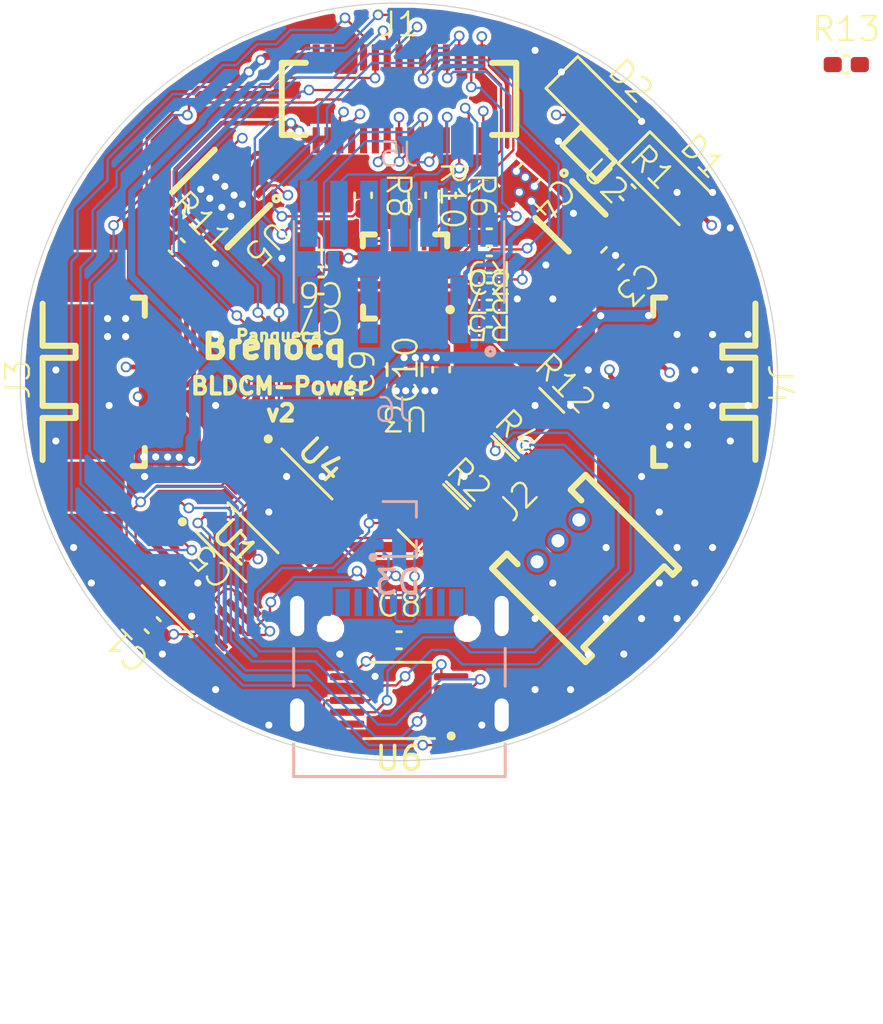
<source format=kicad_pcb>
(kicad_pcb (version 20241229) (generator "pcbnew") (generator_version "9.0")
  (layers (0 "F.Cu" signal "Top Layer") (4 "In1.Cu" signal "Layer 1") (6 "In2.Cu" signal "Layer 2") (2 "B.Cu" signal "Bottom Layer") (13 "F.Paste" user "Top Paste") (15 "B.Paste" user "Bottom Paste") (5 "F.SilkS" user "Top Overlay") (7 "B.SilkS" user "Bottom Overlay") (1 "F.Mask" user "Top Solder") (3 "B.Mask" user "Bottom Solder") (25 "Edge.Cuts" user))
  (property "SHEETTOTAL" "2")
  (net 0 "")
  (net 1 "NetC2_1")
  (net 2 "VOLT")
  (net 3 "TMC.WL")
  (net 4 "TMC.WH")
  (net 5 "TMC.VL")
  (net 6 "TMC.VH")
  (net 7 "TMC.UL")
  (net 8 "TMC.UH")
  (net 9 "TCM.U.IN")
  (net 10 "VIN")
  (net 11 "GND")
  (net 12 "CAN_P")
  (net 13 "CAN_N")
  (net 14 "3.3V")
  (net 15 "Net-(U3-VCP)")
  (net 16 "Net-(U3-1.8VOUT)")
  (net 17 "/VOLT")
  (net 18 "/USB_N")
  (net 19 "/USB_P")
  (net 20 "/VCP.TX")
  (net 21 "/CAN.TX")
  (net 22 "/VCP.RX")
  (net 23 "/SWCLK")
  (net 24 "/INA.PICO")
  (net 25 "/TMC.WL")
  (net 26 "/TMC.UL")
  (net 27 "/INA.POCI")
  (net 28 "/CAN.RX")
  (net 29 "/TCM.DIAG")
  (net 30 "/INA.CS1")
  (net 31 "/INA.CS0")
  (net 32 "/TMC.VH")
  (net 33 "/INA.CS2")
  (net 34 "/SWDIO")
  (net 35 "/RST")
  (net 36 "/INA.CLK")
  (net 37 "/TMC.VL")
  (net 38 "/SWO")
  (net 39 "/TMC.UH")
  (net 40 "/TMC.WH")
  (net 41 "/TCM.U.OUT")
  (net 42 "/TCM.W.OUT")
  (net 43 "/TCM.V.OUT")
  (net 44 "/CAN_N")
  (net 45 "/CAN_P")
  (net 56 "/TCM.U.IN")
  (net 57 "/TCM.V.IN")
  (net 58 "/TCM.W.IN")
  (footprint "BrenoCQ:R_0402" (layer "F.Cu") (at 158.1581 96.9976 -45)
    (property "Reference" "R1")
    (property "Value" "20K")
  )
  (footprint "BrenoCQ:SOD-123" (layer "F.Cu") (at 160.0631 96.7436 -45)
    (property "Reference" "D1")
    (property "Value" "B0520LW")
  )
  (footprint "BrenoCQ:C_0402" (layer "F.Cu") (at 152.3161 102.3316)
    (property "Reference" "C2")
    (property "Value" "100nF")
  )
  (footprint "BrenoCQ:VSSOP-10" (layer "F.Cu") (at 139.84287 113.53483 -45)
    (property "Reference" "U1")
    (property "Value" "INA239-Q1")
  )
  (footprint "BrenoCQ:C_0603" (layer "F.Cu") (at 153.9671 96.2356 -135)
    (property "Reference" "C4")
    (property "Value" "4.7uF")
  )
  (footprint "BrenoCQ:C_0805" (layer "F.Cu") (at 148.7601 104.4906 90)
    (property "Reference" "C9")
    (property "Value" "10uF")
  )
  (footprint "BrenoCQ:C_0402" (layer "F.Cu") (at 148.5061 115.9206)
    (property "Reference" "C8")
    (property "Value" "100nF")
  )
  (footprint "BrenoCQ:53048-0310" (layer "F.Cu") (at 155.2186 111.7211 45)
    (property "Reference" "J2")
    (property "Value" "53048-0310")
  )
  (footprint "BrenoCQ:R_1210" (layer "F.Cu") (at 151.9351 108.8086 -45)
    (property "Reference" "R4")
    (property "Value" "150m")
  )
  (footprint "BrenoCQ:R_0402" (layer "F.Cu") (at 152.3161 101.1886 180)
    (property "Reference" "R5")
    (property "Value" "100K")
  )
  (footprint "BrenoCQ:R_0402" (layer "F.Cu") (at 150.5381 97.1246 -90)
    (property "Reference" "R6")
    (property "Value" "100K")
  )
  (footprint "BrenoCQ:C_0402" (layer "F.Cu") (at 138.0921 115.2856 135)
    (property "Reference" "C1")
    (property "Value" "100nF")
  )
  (footprint "BrenoCQ:VSSOP-10" (layer "F.Cu") (at 148.5061 118.4606 180)
    (property "Reference" "U6")
    (property "Value" "INA239-Q1")
  )
  (footprint "BrenoCQ:R_0402" (layer "F.Cu") (at 139.1081 99.2836 -45)
    (property "Reference" "R11")
    (property "Value" "120")
  )
  (footprint "BrenoCQ:53261-0471" (layer "F.Cu") (at 159.5011 105.0036 -90)
    (property "Reference" "J4")
    (property "Value" "53261-0471")
  )
  (footprint "BrenoCQ:VSSOP-10" (layer "F.Cu") (at 143.47141 110.03329 -45)
    (property "Reference" "U4")
    (property "Value" "INA239-Q1")
  )
  (footprint "brenocqLib:RES_0402" (layer "F.Cu") (at 156.5071 95.3466 -45)
    (property "Reference" "R3" (hide yes))
    (property "Value" "10K" (hide yes))
  )
  (footprint "BrenoCQ:R_0402" (layer "F.Cu") (at 149.2681 97.1246 -90)
    (property "Reference" "R10")
    (property "Value" "100K")
  )
  (footprint "BrenoCQ:R_0402" (layer "F.Cu") (at 167.4011 91.6036)
    (property "Reference" "R13")
    (property "Value" "10K")
  )
  (footprint "BrenoCQ:C_0402" (layer "F.Cu") (at 145.2041 99.7916 180)
    (property "Reference" "C6")
    (property "Value" "100nF")
  )
  (footprint "BrenoCQ:R_0402" (layer "F.Cu") (at 152.3161 98.9026 180)
    (property "Reference" "R9")
    (property "Value" "100K")
  )
  (footprint "BrenoCQ:R_1210" (layer "F.Cu") (at 153.9671 106.7766 -45)
    (property "Reference" "R12")
    (property "Value" "150m")
  )
  (footprint "BrenoCQ:R_0402" (layer "F.Cu") (at 146.9821 97.1246 -90)
    (property "Reference" "R8")
    (property "Value" "100K")
  )
  (footprint "BrenoCQ:VSON-8" (layer "F.Cu") (at 141.0131 97.2516 -135)
    (property "Reference" "U5")
    (property "Value" "TCAN1462")
  )
  (footprint "BrenoCQ:R_1210" (layer "F.Cu") (at 149.9031 110.8406 -45)
    (property "Reference" "R2")
    (property "Value" "150m")
  )
  (footprint "BrenoCQ:DFN-6-2x2" (layer "F.Cu") (at 155.7451 98.0136 -45)
    (property "Reference" "U2")
    (property "Value" "LDL212PV33R")
  )
  (footprint "BrenoCQ:C_0603" (layer "F.Cu") (at 157.5231 99.7916 -135)
    (property "Reference" "C3")
    (property "Value" "1uF")
  )
  (footprint "BrenoCQ:C_0402" (layer "F.Cu") (at 150.2841 104.4906 90)
    (property "Reference" "C10")
    (property "Value" "100nF")
  )
  (footprint "BrenoCQ:R_0402" (layer "F.Cu") (at 152.3161 100.0456 180)
    (property "Reference" "R7")
    (property "Value" "100K")
  )
  (footprint "BrenoCQ:C_0402" (layer "F.Cu") (at 145.2041 100.9346 180)
    (property "Reference" "C7")
    (property "Value" "100nF")
  )
  (footprint "BrenoCQ:501920-3001" (layer "F.Cu") (at 148.5011 93.0036)
    (property "Reference" "J1")
    (property "Value" "501920-3001")
  )
  (footprint "BrenoCQ:QFN-20" (layer "F.Cu") (at 148.76018 100.55352 180)
    (property "Reference" "U3")
    (property "Value" "TMC6300-LA")
  )
  (footprint "BrenoCQ:SOD-123" (layer "F.Cu") (at 157.0151 93.5686 -45)
    (property "Reference" "D2")
    (property "Value" "B0520LW")
  )
  (footprint "BrenoCQ:C_0402" (layer "F.Cu") (at 141.6481 111.7296 135)
    (property "Reference" "C5")
    (property "Value" "100nF")
  )
  (footprint "BrenoCQ:53261-0471" (layer "F.Cu") (at 137.5011 105.0036 90)
    (property "Reference" "J3")
    (property "Value" "53261-0471")
  )
  (footprint "BrenoCQ:SOT-323" (layer "B.Cu") (at 148.5061 111.2216)
    (property "Reference" "D3")
    (property "Value" "ESDA25W")
  )
  (footprint "BrenoCQ:FTSH-107-01-L-DV-K-TR" (layer "B.Cu") (at 148.5011 100.0036 180)
    (property "Reference" "J5")
    (property "Value" "FTSH-107-01-L-DV-K")
  )
  (footprint "BrenoCQ:12402012E212A" (layer "B.Cu") (at 148.5011 119.0956 180)
    (property "Reference" "J6")
    (property "Value" "12402012E212A")
  )
  (gr_arc (start 148.5011 121.0036) (mid 137.187392 116.317308) (end 132.5011 105.0036) (stroke (width 0.05)) (layer "Edge.Cuts"))
  (gr_arc (start 132.5011 105.0036) (mid 137.187392 93.689892) (end 148.5011 89.0036) (stroke (width 0.05)) (layer "Edge.Cuts"))
  (gr_arc (start 148.5011 89.0036) (mid 159.814808 93.689892) (end 164.5011 105.0036) (stroke (width 0.05)) (layer "Edge.Cuts"))
  (gr_arc (start 164.5011 105.0036) (mid 159.814808 116.317308) (end 148.5011 121.0036) (stroke (width 0.05)) (layer "Edge.Cuts"))
  (gr_text "Panqueca" (at 141.5441 103.34624 360) (layer "F.SilkS") (effects (font (size 0.5 0.5)) (justify left bottom)))
  (gr_text "BLDCM-Power" (at 139.6161 105.59235 360) (layer "F.SilkS") (effects (font (size 0.7 0.7) (thickness 0.254)) (justify left bottom)))
  (gr_text "v2" (at 142.7911 106.73535 360) (layer "F.SilkS") (effects (font (size 0.7 0.7) (thickness 0.254)) (justify left bottom)))
  (gr_text_box "Brenocq" (start 139.6531 102.98356) (end 146.82562 104.82446) (margins 0 0 0 0) (layer "F.SilkS") (effects (font (size 1 1) (thickness 0.254)) (justify top)) (border no) (stroke (width 0.1)))
  (segment (start 151.0461 101.5116) (end 151.8161 102.2816) (width 0.3) (layer "F.Cu") (net 1))
  (segment (start 150.2601 100.9536) (end 150.8111 100.9536) (width 0.2) (layer "F.Cu") (net 1))
  (segment (start 150.8111 100.9536) (end 151.0461 101.1886) (width 0.25) (layer "F.Cu") (net 1))
  (segment (start 151.8161 102.3316) (end 151.8161 102.2816) (width 0.3) (layer "F.Cu") (net 1))
  (segment (start 151.0461 101.5116) (end 151.0461 101.1886) (width 0.3) (layer "F.Cu") (net 1))
  (segment (start 158.12879 94.80929) (end 158.12879 94.68229) (width 0.2) (layer "F.Cu") (net 2))
  (segment (start 158.12879 94.68229) (end 158.12879 94.68229) (width 0.1) (layer "F.Cu") (net 2))
  (segment (start 152.0621 94.61444) (end 152.0621 93.5686) (width 0.1) (layer "F.Cu") (net 2))
  (segment (start 158.81869 95.62991) (end 158.94941 95.62991) (width 0.2) (layer "F.Cu") (net 2))
  (segment (start 157.17652 93.73002) (end 158.12879 94.68229) (width 0.1) (layer "F.Cu") (net 2))
  (segment (start 157.80455 96.64405) (end 158.81869 95.62991) (width 0.2) (layer "F.Cu") (net 2))
  (segment (start 158.12879 94.80929) (end 158.94941 95.62991) (width 0.2) (layer "F.Cu") (net 2))
  (segment (start 152.00118 94.75352) (end 152.10118 94.65352) (width 0.1) (layer "F.Cu") (net 2))
  (segment (start 155.14453 93.73002) (end 157.17652 93.73002) (width 0.1) (layer "F.Cu") (net 2))
  (segment (start 152.0621 94.61444) (end 152.10118 94.65352) (width 0.1) (layer "F.Cu") (net 2))
  (segment (start 156.86065 95.70015) (end 157.80455 96.64405) (width 0.2) (layer "F.Cu") (net 2))
  (via (at 155.14453 93.73002) (size 0.45) (drill 0.3) (layers "F.Cu" "B.Cu") (net 2))
  (via (at 152.0621 93.5686) (size 0.45) (drill 0.3) (layers "F.Cu" "B.Cu") (net 2))
  (segment (start 149.2681 97.6246) (end 149.3181 97.6246) (width 0.1) (layer "F.Cu") (net 3))
  (segment (start 149.1601 98.3181) (end 149.2681 98.2101) (width 0.1) (layer "F.Cu") (net 3))
  (segment (start 149.8911 97.0516) (end 150.9921 97.0516) (width 0.1) (layer "F.Cu") (net 3))
  (segment (start 152.00118 91.65352) (end 152.00118 91.25352) (width 0.1) (layer "F.Cu") (net 3))
  (segment (start 149.1601 99.0536) (end 149.1601 98.3181) (width 0.1) (layer "F.Cu") (net 3))
  (segment (start 149.2681 98.2101) (end 149.2681 97.6246) (width 0.1) (layer "F.Cu") (net 3))
  (segment (start 152.00118 91.65352) (end 152.8108 92.46314) (width 0.1) (layer "F.Cu") (net 3))
  (segment (start 151.99925 91.25158) (end 151.99925 90.42026) (width 0.1) (layer "F.Cu") (net 3))
  (segment (start 151.99925 91.25158) (end 152.00118 91.25352) (width 0.1) (layer "F.Cu") (net 3))
  (segment (start 152.8108 95.2329) (end 152.8108 92.46314) (width 0.1) (layer "F.Cu") (net 3))
  (segment (start 150.9921 97.0516) (end 152.8108 95.2329) (width 0.1) (layer "F.Cu") (net 3))
  (segment (start 149.3181 97.6246) (end 149.8911 97.0516) (width 0.1) (layer "F.Cu") (net 3))
  (via (at 151.99925 90.42026) (size 0.45) (drill 0.3) (layers "F.Cu" "B.Cu") (net 3))
  (segment (start 151.8161 98.8526) (end 152.0161 98.6526) (width 0.1) (layer "F.Cu") (net 4))
  (segment (start 151.50118 91.25352) (end 151.5541 91.75352) (width 0.1) (layer "F.Cu") (net 4))
  (segment (start 150.2601 99.7536) (end 151.0151 99.7536) (width 0.1) (layer "F.Cu") (net 4))
  (segment (start 151.5541 92.5526) (end 151.5541 91.75352) (width 0.1) (layer "F.Cu") (net 4))
  (segment (start 151.0151 99.7536) (end 151.8161 98.9526) (width 0.1) (layer "F.Cu") (net 4))
  (segment (start 151.8161 98.9526) (end 151.8161 98.9026) (width 0.1) (layer "F.Cu") (net 4))
  (segment (start 151.8161 98.9026) (end 151.8161 98.8526) (width 0.1) (layer "F.Cu") (net 4))
  (segment (start 152.0161 98.6526) (end 152.0661 98.6526) (width 0.1) (layer "F.Cu") (net 4))
  (segment (start 152.7051 98.0136) (end 153.4591 98.0136) (width 0.1) (layer "F.Cu") (net 4))
  (segment (start 152.0661 98.6526) (end 152.7051 98.0136) (width 0.1) (layer "F.Cu") (net 4))
  (via (at 153.4591 98.0136) (size 0.45) (drill 0.3) (layers "F.Cu" "B.Cu") (net 4))
  (via (at 151.5541 92.5526) (size 0.45) (drill 0.3) (layers "F.Cu" "B.Cu") (net 4))
  (segment (start 152.85802 97.41252) (end 152.85802 93.51628) (width 0.1) (layer "B.Cu") (net 4))
  (segment (start 151.5541 92.5526) (end 151.58886 92.58736) (width 0.1) (layer "B.Cu") (net 4))
  (segment (start 151.9291 92.58736) (end 152.85802 93.51628) (width 0.1) (layer "B.Cu") (net 4))
  (segment (start 151.58886 92.58736) (end 151.9291 92.58736) (width 0.1) (layer "B.Cu") (net 4))
  (segment (start 152.85802 97.41252) (end 153.4591 98.0136) (width 0.1) (layer "B.Cu") (net 4))
  (segment (start 143.5531 98.0136) (end 146.5431 98.0136) (width 0.1) (layer "F.Cu") (net 5))
  (segment (start 146.5431 98.0136) (end 146.9321 97.6246) (width 0.1) (layer "F.Cu") (net 5))
  (segment (start 146.9821 98.9026) (end 146.9821 97.6246) (width 0.1) (layer "F.Cu") (net 5))
  (segment (start 146.9821 98.9026) (end 147.1331 99.0536) (width 0.1) (layer "F.Cu") (net 5))
  (segment (start 151.0461 91.2086) (end 151.0461 90.3936) (width 0.1) (layer "F.Cu") (net 5))
  (segment (start 147.1331 99.0536) (end 147.9601 99.0536) (width 0.1) (layer "F.Cu") (net 5))
  (segment (start 151.00118 91.25352) (end 151.0461 91.2086) (width 0.1) (layer "F.Cu") (net 5))
  (via (at 143.5531 98.0136) (size 0.45) (drill 0.3) (layers "F.Cu" "B.Cu") (net 5))
  (via (at 151.0461 90.3936) (size 0.45) (drill 0.3) (layers "F.Cu" "B.Cu") (net 5))
  (segment (start 143.1721 97.6326) (end 143.1721 96.9976) (width 0.1) (layer "B.Cu") (net 5))
  (segment (start 150.5381 90.9016) (end 151.0461 90.3936) (width 0.1) (layer "B.Cu") (net 5))
  (segment (start 145.4581 94.7116) (end 145.4581 93.4416) (width 0.1) (layer "B.Cu") (net 5))
  (segment (start 149.3951 91.5366) (end 150.0301 90.9016) (width 0.1) (layer "B.Cu") (net 5))
  (segment (start 150.0301 90.9016) (end 150.5381 90.9016) (width 0.1) (layer "B.Cu") (net 5))
  (segment (start 145.4581 93.4416) (end 147.3631 91.5366) (width 0.1) (layer "B.Cu") (net 5))
  (segment (start 147.3631 91.5366) (end 149.3951 91.5366) (width 0.1) (layer "B.Cu") (net 5))
  (segment (start 143.1721 97.6326) (end 143.5531 98.0136) (width 0.1) (layer "B.Cu") (net 5))
  (segment (start 143.1721 96.9976) (end 145.4581 94.7116) (width 0.1) (layer "B.Cu") (net 5))
  (segment (start 150.50118 91.25352) (end 150.5381 91.29044) (width 0.1) (layer "F.Cu") (net 6))
  (segment (start 150.5381 92.1716) (end 150.5381 91.29044) (width 0.1) (layer "F.Cu") (net 6))
  (segment (start 151.8161 99.9956) (end 152.0161 99.7956) (width 0.1) (layer "F.Cu") (net 6))
  (segment (start 151.0591 100.1536) (end 151.1671 100.0456) (width 0.1) (layer "F.Cu") (net 6))
  (segment (start 152.0661 99.7956) (end 152.4511 99.4106) (width 0.1) (layer "F.Cu") (net 6))
  (segment (start 152.4511 99.4106) (end 153.86786 99.4106) (width 0.1) (layer "F.Cu") (net 6))
  (segment (start 150.2601 100.1536) (end 151.0591 100.1536) (width 0.1) (layer "F.Cu") (net 6))
  (segment (start 152.0161 99.7956) (end 152.0661 99.7956) (width 0.1) (layer "F.Cu") (net 6))
  (segment (start 151.1671 100.0456) (end 151.8161 100.0456) (width 0.1) (layer "F.Cu") (net 6))
  (segment (start 151.8161 100.0456) (end 151.8161 99.9956) (width 0.1) (layer "F.Cu") (net 6))
  (segment (start 153.86786 99.4106) (end 153.91748 99.36098) (width 0.1) (layer "F.Cu") (net 6))
  (via (at 153.91748 99.36098) (size 0.45) (drill 0.3) (layers "F.Cu" "B.Cu") (net 6))
  (via (at 150.5381 92.1716) (size 0.45) (drill 0.3) (layers "F.Cu" "B.Cu") (net 6))
  (segment (start 150.5381 92.1716) (end 150.7921 91.9176) (width 0.1) (layer "B.Cu") (net 6))
  (segment (start 154.8561 98.42236) (end 154.8561 96.1086) (width 0.1) (layer "B.Cu") (net 6))
  (segment (start 153.2051 94.4576) (end 153.2051 92.9336) (width 0.1) (layer "B.Cu") (net 6))
  (segment (start 154.56881 95.82131) (end 154.8561 96.1086) (width 0.1) (layer "B.Cu") (net 6))
  (segment (start 153.2051 94.4576) (end 154.56881 95.82131) (width 0.1) (layer "B.Cu") (net 6))
  (segment (start 150.7921 91.9176) (end 152.1891 91.9176) (width 0.1) (layer "B.Cu") (net 6))
  (segment (start 152.1891 91.9176) (end 153.2051 92.9336) (width 0.1) (layer "B.Cu") (net 6))
  (segment (start 153.91748 99.36098) (end 154.8561 98.42236) (width 0.1) (layer "B.Cu") (net 6))
  (segment (start 151.5581 89.8896) (end 152.3201 89.8896) (width 0.1) (layer "F.Cu") (net 7))
  (segment (start 149.5601 99.0536) (end 149.5601 98.7536) (width 0.1) (layer "F.Cu") (net 7))
  (segment (start 150.7381 97.4246) (end 151.1271 97.4246) (width 0.1) (layer "F.Cu") (net 7))
  (segment (start 150.5381 89.6316) (end 151.3001 89.6316) (width 0.1) (layer "F.Cu") (net 7))
  (segment (start 150.5381 98.0756) (end 150.5381 97.6246) (width 0.1) (layer "F.Cu") (net 7))
  (segment (start 151.3001 89.6316) (end 151.5581 89.8896) (width 0.1) (layer "F.Cu") (net 7))
  (segment (start 150.0301 90.1396) (end 150.5381 89.6316) (width 0.1) (layer "F.Cu") (net 7))
  (segment (start 149.8601 98.7536) (end 150.5381 98.0756) (width 0.1) (layer "F.Cu") (net 7))
  (segment (start 151.1271 97.4246) (end 153.3321 95.2196) (width 0.1) (layer "F.Cu") (net 7))
  (segment (start 152.3201 89.8896) (end 153.3321 90.9016) (width 0.1) (layer "F.Cu") (net 7))
  (segment (start 150.00118 91.25352) (end 150.0301 91.2246) (width 0.1) (layer "F.Cu") (net 7))
  (segment (start 153.3321 95.2196) (end 153.3321 90.9016) (width 0.1) (layer "F.Cu") (net 7))
  (segment (start 150.0301 91.2246) (end 150.0301 90.1396) (width 0.1) (layer "F.Cu") (net 7))
  (segment (start 150.5381 97.6246) (end 150.7381 97.4246) (width 0.1) (layer "F.Cu") (net 7))
  (segment (start 149.5601 98.7536) (end 149.8601 98.7536) (width 0.1) (layer "F.Cu") (net 7))
  (segment (start 149.5241 92.21048) (end 149.5241 91.27644) (width 0.1) (layer "F.Cu") (net 8))
  (segment (start 151.8161 101.1886) (end 151.8161 101.1386) (width 0.1) (layer "F.Cu") (net 8))
  (segment (start 152.0161 100.9386) (end 152.0661 100.9386) (width 0.1) (layer "F.Cu") (net 8))
  (segment (start 149.50118 91.25352) (end 149.5241 91.27644) (width 0.1) (layer "F.Cu") (net 8))
  (segment (start 152.3241 100.6806) (end 153.7131 100.6806) (width 0.1) (layer "F.Cu") (net 8))
  (segment (start 151.8161 101.1386) (end 152.0161 100.9386) (width 0.1) (layer "F.Cu") (net 8))
  (segment (start 150.2601 100.5536) (end 151.2311 100.5536) (width 0.1) (layer "F.Cu") (net 8))
  (segment (start 151.2311 100.5536) (end 151.8161 101.1386) (width 0.1) (layer "F.Cu") (net 8))
  (segment (start 152.0661 100.9386) (end 152.3241 100.6806) (width 0.1) (layer "F.Cu") (net 8))
  (via (at 149.5241 92.21048) (size 0.45) (drill 0.3) (layers "F.Cu" "B.Cu") (net 8))
  (via (at 153.7131 100.6806) (size 0.45) (drill 0.3) (layers "F.Cu" "B.Cu") (net 8))
  (segment (start 153.5861 94.15296) (end 153.5861 92.8066) (width 0.1) (layer "B.Cu") (net 8))
  (segment (start 149.5241 92.1293) (end 150.2438 91.4096) (width 0.1) (layer "B.Cu") (net 8))
  (segment (start 149.5241 92.21048) (end 149.5241 92.1293) (width 0.1) (layer "B.Cu") (net 8))
  (segment (start 153.5861 94.15296) (end 154.85213 95.41899) (width 0.1) (layer "B.Cu") (net 8))
  (segment (start 152.1891 91.4096) (end 153.5861 92.8066) (width 0.1) (layer "B.Cu") (net 8))
  (segment (start 153.7131 100.6806) (end 153.72098 100.67272) (width 0.1) (layer "B.Cu") (net 8))
  (segment (start 150.2438 91.4096) (end 152.1891 91.4096) (width 0.1) (layer "B.Cu") (net 8))
  (segment (start 155.2371 98.78948) (end 155.2371 95.80396) (width 0.1) (layer "B.Cu") (net 8))
  (segment (start 153.72098 100.3056) (end 155.2371 98.78948) (width 0.1) (layer "B.Cu") (net 8))
  (segment (start 154.85213 95.41899) (end 155.2371 95.80396) (width 0.1) (layer "B.Cu") (net 8))
  (segment (start 153.72098 100.67272) (end 153.72098 100.3056) (width 0.1) (layer "B.Cu") (net 8))
  (segment (start 147.2361 110.9676) (end 147.6171 110.9676) (width 0.1) (layer "F.Cu") (net 9))
  (segment (start 148.01042 110.57428) (end 148.80709 109.74458) (width 0.1) (layer "F.Cu") (net 9))
  (segment (start 142.10126 115.69599) (end 142.83652 115.69599) (width 0.1) (layer "F.Cu") (net 9))
  (segment (start 140.7591 114.22544) (end 140.7591 114.1426) (width 0.1) (layer "F.Cu") (net 9))
  (segment (start 142.83652 115.69599) (end 142.99291 115.5396) (width 0.1) (layer "F.Cu") (net 9))
  (segment (start 141.1401 113.7616) (end 141.44862 113.7616) (width 0.1) (layer "F.Cu") (net 9))
  (segment (start 147.6171 110.9676) (end 148.01042 110.57428) (width 0.1) (layer "F.Cu") (net 9))
  (segment (start 140.7591 114.22544) (end 140.99198 114.54251) (width 0.1) (layer "F.Cu") (net 9))
  (segment (start 140.99198 114.54251) (end 141.39857 115.09052) (width 0.1) (layer "F.Cu") (net 9))
  (segment (start 141.39857 115.09052) (end 141.92448 115.51921) (width 0.1) (layer "F.Cu") (net 9))
  (segment (start 142.99291 115.5396) (end 143.0451 115.5396) (width 0.1) (layer "F.Cu") (net 9))
  (segment (start 141.92448 115.51921) (end 142.10126 115.69599) (width 0.1) (layer "F.Cu") (net 9))
  (segment (start 140.7591 114.1426) (end 140.78839 114.11331) (width 0.1) (layer "F.Cu") (net 9))
  (segment (start 140.78839 114.11331) (end 141.1401 113.7616) (width 0.1) (layer "F.Cu") (net 9))
  (segment (start 141.44862 113.7616) (end 142.08805 114.40103) (width 0.1) (layer "F.Cu") (net 9))
  (via (at 143.0451 115.5396) (size 0.45) (drill 0.3) (layers "F.Cu" "B.Cu") (net 9))
  (via (at 147.2361 110.9676) (size 0.45) (drill 0.3) (layers "F.Cu" "B.Cu") (net 9))
  (segment (start 147.2361 111.3486) (end 147.2361 110.9676) (width 0.1) (layer "B.Cu") (net 9))
  (segment (start 142.5371 115.0316) (end 142.5371 113.8886) (width 0.1) (layer "B.Cu") (net 9))
  (segment (start 145.7121 112.8726) (end 147.2361 111.3486) (width 0.1) (layer "B.Cu") (net 9))
  (segment (start 142.5371 115.0316) (end 143.0451 115.5396) (width 0.1) (layer "B.Cu") (net 9))
  (segment (start 143.5531 112.8726) (end 145.7121 112.8726) (width 0.1) (layer "B.Cu") (net 9))
  (segment (start 142.5371 113.8886) (end 143.5531 112.8726) (width 0.1) (layer "B.Cu") (net 9))
  (segment (start 157.6501 99.6646) (end 158.05343 99.26127) (width 0.2) (layer "F.Cu") (net 10))
  (segment (start 158.51165 97.35115) (end 159.1741 98.0136) (width 0.4) (layer "F.Cu") (net 10))
  (segment (start 142.1561 91.9176) (end 142.6641 91.4096) (width 0.3) (layer "F.Cu") (net 10))
  (segment (start 142.6641 91.4096) (end 142.70469 91.4096) (width 0.3) (layer "F.Cu") (net 10))
  (segment (start 156.9516 98.2676) (end 157.59521 98.2676) (width 0.4) (layer "F.Cu") (net 10))
  (segment (start 159.0471 102.2046) (end 159.1741 102.0776) (width 0.4) (layer "F.Cu") (net 10))
  (segment (start 142.1561 91.9176) (end 142.1561 91.9176) (width 0.3) (layer "F.Cu") (net 10))
  (segment (start 159.1741 102.0776) (end 159.1741 98.0136) (width 0.4) (layer "F.Cu") (net 10))
  (segment (start 157.1421 102.09728) (end 157.1421 100.4266) (width 0.6) (layer "F.Cu") (net 10))
  (segment (start 156.90779 102.3316) (end 157.02494 102.21444) (width 0.6) (layer "F.Cu") (net 10))
  (segment (start 142.6641 91.4096) (end 142.6641 91.4096) (width 0.3) (layer "F.Cu") (net 10))
  (segment (start 142.70469 91.4096) (end 142.86077 91.25352) (width 0.3) (layer "F.Cu") (net 10))
  (segment (start 155.9991 99.2836) (end 157.1421 100.4266) (width 0.6) (layer "F.Cu") (net 10))
  (segment (start 157.59521 98.2676) (end 158.51165 97.35115) (width 0.4) (layer "F.Cu") (net 10))
  (segment (start 152.8161 102.3316) (end 156.90779 102.3316) (width 0.6) (layer "F.Cu") (net 10))
  (segment (start 157.02494 102.21444) (end 157.1421 102.09728) (width 0.6) (layer "F.Cu") (net 10))
  (segment (start 142.86077 91.25352) (end 145.50118 91.25352) (width 0.3) (layer "F.Cu") (net 10))
  (via (at 149.60014 105.3811) (size 0.45) (drill 0.3) (layers "F.Cu" "B.Cu") (net 10))
  (via (at 139.21328 108.18875) (size 0.45) (drill 0.3) (layers "F.Cu" "B.Cu") (net 10))
  (via (at 138.72509 108.17802) (size 0.45) (drill 0.3) (layers "F.Cu" "B.Cu") (net 10))
  (via (at 148.71713 103.981) (size 0.45) (drill 0.3) (layers "F.Cu" "B.Cu") (net 10))
  (via (at 150.07724 103.98631) (size 0.45) (drill 0.3) (layers "F.Cu" "B.Cu") (net 10))
  (via (at 149.6491 103.9826) (size 0.45) (drill 0.3) (layers "F.Cu" "B.Cu") (net 10))
  (via (at 150.00715 105.3811) (size 0.45) (drill 0.3) (layers "F.Cu" "B.Cu") (net 10))
  (via (at 138.2191 108.1736) (size 0.45) (drill 0.3) (layers "F.Cu" "B.Cu") (net 10))
  (via (at 149.19312 103.9826) (size 0.45) (drill 0.3) (layers "F.Cu" "B.Cu") (net 10))
  (via (at 159.0471 102.2046) (size 0.45) (drill 0.3) (layers "F.Cu" "B.Cu") (net 10))
  (via (at 148.78611 105.3811) (size 0.45) (drill 0.3) (layers "F.Cu" "B.Cu") (net 10))
  (via (at 149.19312 105.3811) (size 0.45) (drill 0.3) (layers "F.Cu" "B.Cu") (net 10))
  (via (at 142.6641 91.4096) (size 0.45) (drill 0.3) (layers "F.Cu" "B.Cu") (net 10))
  (via (at 142.1561 91.9176) (size 0.45) (drill 0.3) (layers "F.Cu" "B.Cu") (net 10))
  (via (at 137.7111 108.1736) (size 0.45) (drill 0.3) (layers "F.Cu" "B.Cu") (net 10))
  (via (at 157.6501 99.6646) (size 0.45) (drill 0.3) (layers "F.Cu" "B.Cu") (net 10))
  (via (at 157.02494 102.21444) (size 0.45) (drill 0.3) (layers "F.Cu" "B.Cu") (net 10))
  (via (at 139.73326 108.3056) (size 0.45) (drill 0.3) (layers "F.Cu" "B.Cu") (net 10))
  (via (at 148.38583 105.38783) (size 0.45) (drill 0.3) (layers "F.Cu" "B.Cu") (net 10))
  (segment (start 148.7601 103.9826) (end 148.78611 103.9826) (width 0.5) (layer "B.Cu") (net 10))
  (segment (start 139.7431 107.4116) (end 139.8701 107.2846) (width 0.5) (layer "B.Cu") (net 10))
  (segment (start 139.60126 108.1736) (end 139.73326 108.3056) (width 0.5) (layer "B.Cu") (net 10))
  (segment (start 137.7111 108.1736) (end 139.60126 108.1736) (width 0.5) (layer "B.Cu") (net 10))
  (segment (start 139.8701 107.2846) (end 139.8701 105.12552) (width 0.5) (layer "B.Cu") (net 10))
  (segment (start 140.18888 93.99848) (end 140.18888 93.88482) (width 0.3) (layer "B.Cu") (net 10))
  (segment (start 138.6001 101.9506) (end 140.82256 104.17306) (width 0.3) (layer "B.Cu") (net 10))
  (segment (start 149.60014 103.9826) (end 150.2761 103.9826) (width 0.5) (layer "B.Cu") (net 10))
  (segment (start 139.73326 108.3056) (end 139.73326 107.42144) (width 0.5) (layer "B.Cu") (net 10))
  (segment (start 157.02494 102.21444) (end 159.03726 102.21444) (width 0.5) (layer "B.Cu") (net 10))
  (segment (start 155.25679 103.9826) (end 157.02494 102.21444) (width 0.5) (layer "B.Cu") (net 10))
  (segment (start 147.3631 105.3796) (end 148.7601 103.9826) (width 0.5) (layer "B.Cu") (net 10))
  (segment (start 148.78611 103.9826) (end 149.19312 103.9826) (width 0.5) (layer "B.Cu") (net 10))
  (segment (start 140.18888 93.88482) (end 142.1561 91.9176) (width 0.3) (layer "B.Cu") (net 10))
  (segment (start 139.8701 105.12552) (end 140.82256 104.17306) (width 0.5) (layer "B.Cu") (net 10))
  (segment (start 137.2031 100.5536) (end 138.6001 101.9506) (width 0.3) (layer "B.Cu") (net 10))
  (segment (start 150.07352 103.9826) (end 150.07724 103.98631) (width 0.5) (layer "B.Cu") (net 10))
  (segment (start 159.03726 102.21444) (end 159.0471 102.2046) (width 0.5) (layer "B.Cu") (net 10))
  (segment (start 142.1561 91.9176) (end 142.6641 91.4096) (width 0.3) (layer "B.Cu") (net 10))
  (segment (start 148.78611 103.9826) (end 149.60014 103.9826) (width 0.5) (layer "B.Cu") (net 10))
  (segment (start 149.60014 103.9826) (end 149.6491 103.9826) (width 0.5) (layer "B.Cu") (net 10))
  (segment (start 149.60014 103.9826) (end 155.25679 103.9826) (width 0.5) (layer "B.Cu") (net 10))
  (segment (start 137.2031 100.5536) (end 137.2031 96.98426) (width 0.3) (layer "B.Cu") (net 10))
  (segment (start 142.6641 91.4096) (end 142.6641 91.4096) (width 0.3) (layer "B.Cu") (net 10))
  (segment (start 150.2761 103.9826) (end 150.2841 103.9906) (width 0.5) (layer "B.Cu") (net 10))
  (segment (start 142.0291 105.3796) (end 147.3631 105.3796) (width 0.5) (layer "B.Cu") (net 10))
  (segment (start 142.1561 91.9176) (end 142.1561 91.9176) (width 0.3) (layer "B.Cu") (net 10))
  (segment (start 149.60014 103.9826) (end 150.07352 103.9826) (width 0.5) (layer "B.Cu") (net 10))
  (segment (start 137.2031 96.98426) (end 140.18888 93.99848) (width 0.3) (layer "B.Cu") (net 10))
  (segment (start 139.73326 107.42144) (end 139.7431 107.4116) (width 0.5) (layer "B.Cu") (net 10))
  (segment (start 140.82256 104.17306) (end 142.0291 105.3796) (width 0.5) (layer "B.Cu") (net 10))
  (segment (start 140.64187 99.00169) (end 141.18988 98.45368) (width 0.2) (layer "F.Cu") (net 11))
  (segment (start 137.73855 114.93205) (end 137.7739 114.89669) (width 0.1) (layer "F.Cu") (net 11))
  (segment (start 148.43951 116.62218) (end 148.4981 116.5636) (width 0.1) (layer "F.Cu") (net 11))
  (segment (start 147.25275 117.80895) (end 147.4901 117.52744) (width 0.1) (layer "F.Cu") (net 11))
  (segment (start 147.2601 100.9536) (end 148.3601 100.9536) (width 0.2) (layer "F.Cu") (net 11))
  (segment (start 148.3601 100.9536) (end 148.7601 100.5536) (width 0.2) (layer "F.Cu") (net 11))
  (segment (start 143.5531 99.79456) (end 143.5531 99.7916) (width 0.2) (layer "F.Cu") (net 11))
  (segment (start 140.90359 115.44407) (end 141.04501 115.44407) (width 0.1) (layer "F.Cu") (net 11))
  (segment (start 149.5601 102.0536) (end 149.5601 101.3536) (width 0.2) (layer "F.Cu") (net 11))
  (segment (start 141.0131 97.2516) (end 141.18988 97.42838) (width 0.2) (layer "F.Cu") (net 11))
  (segment (start 141.60504 97.11929) (end 142.30357 96.42075) (width 0.2) (layer "F.Cu") (net 11))
  (segment (start 137.7739 114.89669) (end 140.35621 114.89669) (width 0.1) (layer "F.Cu") (net 11))
  (segment (start 155.18927 94.88643) (end 155.2371 94.8386) (width 0.2) (layer "F.Cu") (net 11))
  (segment (start 146.31402 117.9526) (end 147.1091 117.9526) (width 0.1) (layer "F.Cu") (net 11))
  (segment (start 155.00543 96.21327) (end 155.19709 96.40492) (width 0.2) (layer "F.Cu") (net 11))
  (segment (start 141.29455 111.37605) (end 141.3299 111.34069) (width 0.1) (layer "F.Cu") (net 11))
  (segment (start 144.06321 100.30467) (end 144.6961 99.67177) (width 0.2) (layer "F.Cu") (net 11))
  (segment (start 141.53122 97.11929) (end 141.60504 97.11929) (width 0.2) (layer "F.Cu") (net 11))
  (segment (start 141.0131 97.2516) (end 141.14541 97.11929) (width 0.2) (layer "F.Cu") (net 11))
  (segment (start 148.3601 99.0536) (end 148.3601 98.7536) (width 0.2) (layer "F.Cu") (net 11))
  (segment (start 147.1091 117.9526) (end 147.25275 117.80895) (width 0.1) (layer "F.Cu") (net 11))
  (segment (start 149.0061 115.9706) (end 149.0061 115.9206) (width 0.1) (layer "F.Cu") (net 11))
  (segment (start 148.7601 100.5536) (end 149.5601 101.3536) (width 0.2) (layer "F.Cu") (net 11))
  (segment (start 148.4981 116.4286) (end 148.7561 116.1706) (width 0.1) (layer "F.Cu") (net 11))
  (segment (start 148.8061 116.1706) (end 149.0061 115.9706) (width 0.1) (layer "F.Cu") (net 11))
  (segment (start 141.18988 98.45368) (end 141.18988 97.42838) (width 0.2) (layer "F.Cu") (net 11))
  (segment (start 155.18927 95.01343) (end 155.18927 94.88643) (width 0.2) (layer "F.Cu") (net 11))
  (segment (start 146.94322 96.54756) (end 147.02026 96.6246) (width 0.2) (layer "F.Cu") (net 11))
  (segment (start 156.11819 95.0284) (end 156.15355 94.99305) (width 0.2) (layer "F.Cu") (net 11))
  (segment (start 147.02026 96.6246) (end 149.2681 96.6246) (width 0.2) (layer "F.Cu") (net 11))
  (segment (start 149.2681 96.6246) (end 150.5381 96.6246) (width 0.2) (layer "F.Cu") (net 11))
  (segment (start 148.3601 100.1536) (end 148.3601 99.0536) (width 0.2) (layer "F.Cu") (net 11))
  (segment (start 155.80874 97.82296) (end 155.80874 97.37013) (width 0.2) (layer "F.Cu") (net 11))
  (segment (start 154.49743 95.70527) (end 154.49743 95.70527) (width 0.2) (layer "F.Cu") (net 11))
  (segment (start 141.14541 97.11929) (end 141.53122 97.11929) (width 0.2) (layer "F.Cu") (net 11))
  (segment (start 148.7601 99.0536) (end 148.7601 98.7756) (width 0.2) (layer "F.Cu") (net 11))
  (segment (start 155.3641 91.9176) (end 155.90141 92.45491) (width 0.2) (layer "F.Cu") (net 11))
  (segment (start 154.49743 95.70527) (end 155.00543 96.21327) (width 0.2) (layer "F.Cu") (net 11))
  (segment (start 140.35621 114.89669) (end 140.90359 115.44407) (width 0.1) (layer "F.Cu") (net 11))
  (segment (start 148.3601 100.1536) (end 148.7601 100.5536) (width 0.2) (layer "F.Cu") (net 11))
  (segment (start 155.49455 95.0284) (end 156.11819 95.0284) (width 0.2) (layer "F.Cu") (net 11))
  (segment (start 155.19709 96.75848) (end 155.19709 96.40492) (width 0.2) (layer "F.Cu") (net 11))
  (segment (start 147.9601 102.0536) (end 147.9601 101.3536) (width 0.2) (layer "F.Cu") (net 11))
  (segment (start 147.9601 101.3536) (end 148.3601 100.9536) (width 0.2) (layer "F.Cu") (net 11))
  (segment (start 142.30357 96.42075) (end 142.30358 96.42075) (width 0.2) (layer "F.Cu") (net 11))
  (segment (start 148.4981 116.5636) (end 148.4981 116.4286) (width 0.1) (layer "F.Cu") (net 11))
  (segment (start 148.7561 116.1706) (end 148.8061 116.1706) (width 0.1) (layer "F.Cu") (net 11))
  (segment (start 147.4901 117.4446) (end 148.43951 116.62218) (width 0.1) (layer "F.Cu") (net 11))
  (segment (start 144.63979 111.94253) (end 144.67356 111.94253) (width 0.1) (layer "F.Cu") (net 11))
  (segment (start 155.19709 96.75848) (end 155.80874 97.37013) (width 0.2) (layer "F.Cu") (net 11))
  (segment (start 144.03795 111.34069) (end 144.63979 111.94253) (width 0.1) (layer "F.Cu") (net 11))
  (segment (start 155.7451 98.0136) (end 155.8721 97.8866) (width 0.2) (layer "F.Cu") (net 11))
  (segment (start 144.6961 99.7836) (end 144.7041 99.7916) (width 0.2) (layer "F.Cu") (net 11))
  (segment (start 155.30475 94.8386) (end 155.49455 95.0284) (width 0.2) (layer "F.Cu") (net 11))
  (segment (start 148.7601 100.5536) (end 148.7601 99.0536) (width 0.2) (layer "F.Cu") (net 11))
  (segment (start 155.2371 94.8386) (end 155.30475 94.8386) (width 0.2) (layer "F.Cu") (net 11))
  (segment (start 141.3299 111.34069) (end 144.03795 111.34069) (width 0.1) (layer "F.Cu") (net 11))
  (segment (start 144.7041 100.9346) (end 144.7041 100.8846) (width 0.2) (layer "F.Cu") (net 11))
  (segment (start 144.6961 99.7836) (end 144.6961 99.67177) (width 0.2) (layer "F.Cu") (net 11))
  (segment (start 140.64187 99.00169) (end 140.64187 99.00169) (width 0.2) (layer "F.Cu") (net 11))
  (segment (start 154.49743 95.70527) (end 154.49743 95.70527) (width 0.2) (layer "F.Cu") (net 11))
  (segment (start 140.63099 114.90349) (end 141.04501 115.44407) (width 0.1) (layer "F.Cu") (net 11))
  (segment (start 154.49743 95.70527) (end 155.18927 95.01343) (width 0.2) (layer "F.Cu") (net 11))
  (segment (start 143.5531 99.79456) (end 144.06321 100.30467) (width 0.2) (layer "F.Cu") (net 11))
  (segment (start 155.7451 97.8866) (end 155.80874 97.82296) (width 0.2) (layer "F.Cu") (net 11))
  (segment (start 147.4901 117.52744) (end 147.4901 117.4446) (width 0.1) (layer "F.Cu") (net 11))
  (segment (start 155.7451 98.0136) (end 155.7451 97.8866) (width 0.2) (layer "F.Cu") (net 11))
  (segment (start 144.12417 100.30467) (end 144.7041 100.8846) (width 0.2) (layer "F.Cu") (net 11))
  (segment (start 144.06321 100.30467) (end 144.12417 100.30467) (width 0.2) (layer "F.Cu") (net 11))
  (via (at 161.75108 97.00361) (size 0.4) (drill 0.3) (layers "F.Cu" "B.Cu") (net 11))
  (via (at 141.53122 97.11929) (size 0.45) (drill 0.3) (layers "F.Cu" "B.Cu") (net 11))
  (via (at 154.25109 106.00361) (size 0.4) (drill 0.3) (layers "F.Cu" "B.Cu") (net 11))
  (via (at 160.25108 112.00361) (size 0.4) (drill 0.3) (layers "F.Cu" "B.Cu") (net 11))
  (via (at 136.1871 103.0936) (size 0.45) (drill 0.3) (layers "F.Cu" "B.Cu") (net 11))
  (via (at 154.25109 118.00361) (size 0.4) (drill 0.3) (layers "F.Cu" "B.Cu") (net 11))
  (via (at 159.9361 106.9036) (size 0.45) (drill 0.3) (layers "F.Cu" "B.Cu") (net 11))
  (via (at 155.00109 113.50361) (size 0.4) (drill 0.3) (layers "F.Cu" "B.Cu") (net 11))
  (via (at 155.3641 91.9176) (size 0.45) (drill 0.3) (layers "F.Cu" "B.Cu") (net 11))
  (via (at 153.4591 96.1086) (size 0.45) (drill 0.3) (layers "F.Cu" "B.Cu") (net 11))
  (via (at 140.5051 97.2516) (size 0.45) (drill 0.3) (layers "F.Cu" "B.Cu") (net 11))
  (via (at 136.1871 102.3316) (size 0.45) (drill 0.3) (layers "F.Cu" "B.Cu") (net 11))
  (via (at 158.75108 109.00361) (size 0.4) (drill 0.3) (layers "F.Cu" "B.Cu") (net 11))
  (via (at 140.75109 106.00361) (size 0.4) (drill 0.3) (layers "F.Cu" "B.Cu") (net 11))
  (via (at 143.00109 110.50361) (size 0.4) (drill 0.3) (layers "F.Cu" "B.Cu") (net 11))
  (via (at 155.00109 101.50361) (size 0.4) (drill 0.3) (layers "F.Cu" "B.Cu") (net 11))
  (via (at 160.6981 107.6656) (size 0.45) (drill 0.3) (layers "F.Cu" "B.Cu") (net 11))
  (via (at 152.00109 119.50361) (size 0.4) (drill 0.3) (layers "F.Cu" "B.Cu") (net 11))
  (via (at 141.1401 96.7436) (size 0.45) (drill 0.3) (layers "F.Cu" "B.Cu") (net 11))
  (via (at 160.25108 103.00361) (size 0.4) (drill 0.3) (layers "F.Cu" "B.Cu") (net 11))
  (via (at 156.50109 116.50361) (size 0.4) (drill 0.3) (layers "F.Cu" "B.Cu") (net 11))
  (via (at 153.8401 96.3626) (size 0.45) (drill 0.3) (layers "F.Cu" "B.Cu") (net 11))
  (via (at 157.25108 115.00361) (size 0.4) (drill 0.3) (layers "F.Cu" "B.Cu") (net 11))
  (via (at 140.7591 96.3626) (size 0.45) (drill 0.3) (layers "F.Cu" "B.Cu") (net 11))
  (via (at 136.25109 106.00361) (size 0.4) (drill 0.3) (layers "F.Cu" "B.Cu") (net 11))
  (via (at 141.0131 97.6326) (size 0.45) (drill 0.3) (layers "F.Cu" "B.Cu") (net 11))
  (via (at 134.00109 107.50361) (size 0.4) (drill 0.3) (layers "F.Cu" "B.Cu") (net 11))
  (via (at 136.9491 103.0936) (size 0.45) (drill 0.3) (layers "F.Cu" "B.Cu") (net 11))
  (via (at 139.7431 114.9046) (size 0.45) (drill 0.3) (layers "F.Cu" "B.Cu") (net 11))
  (via (at 163.25108 106.00361) (size 0.4) (drill 0.3) (layers "F.Cu" "B.Cu") (net 11))
  (via (at 141.8811 97.5056) (size 0.45) (drill 0.3) (layers "F.Cu" "B.Cu") (net 11))
  (via (at 140.75109 103.00361) (size 0.4) (drill 0.3) (layers "F.Cu" "B.Cu") (net 11))
  (via (at 156.50109 104.50361) (size 0.4) (drill 0.3) (layers "F.Cu" "B.Cu") (net 11))
  (via (at 159.9361 107.6656) (size 0.45) (drill 0.3) (layers "F.Cu" "B.Cu") (net 11))
  (via (at 161.75108 106.00361) (size 0.4) (drill 0.3) (layers "F.Cu" "B.Cu") (net 11))
  (via (at 140.75109 118.00361) (size 0.4) (drill 0.3) (layers "F.Cu" "B.Cu") (net 11))
  (via (at 140.00109 113.50361) (size 0.4) (drill 0.3) (layers "F.Cu" "B.Cu") (net 11))
  (via (at 143.5531 99.7916) (size 0.45) (drill 0.3) (layers "F.Cu" "B.Cu") (net 11))
  (via (at 151.25109 109.00361) (size 0.4) (drill 0.3) (layers "F.Cu" "B.Cu") (net 11))
  (via (at 160.25108 106.00361) (size 0.4) (drill 0.3) (layers "F.Cu" "B.Cu") (net 11))
  (via (at 162.50108 98.50361) (size 0.4) (drill 0.3) (layers "F.Cu" "B.Cu") (net 11))
  (via (at 160.25108 97.00361) (size 0.4) (drill 0.3) (layers "F.Cu" "B.Cu") (net 11))
  (via (at 146.00109 116.50361) (size 0.4) (drill 0.3) (layers "F.Cu" "B.Cu") (net 11))
  (via (at 161.75108 112.00361) (size 0.4) (drill 0.3) (layers "F.Cu" "B.Cu") (net 11))
  (via (at 157.25108 112.00361) (size 0.4) (drill 0.3) (layers "F.Cu" "B.Cu") (net 11))
  (via (at 162.50108 107.50361) (size 0.4) (drill 0.3) (layers "F.Cu" "B.Cu") (net 11))
  (via (at 161.00108 113.50361) (size 0.4) (drill 0.3) (layers "F.Cu" "B.Cu") (net 11))
  (via (at 158.75108 115.00361) (size 0.4) (drill 0.3) (layers "F.Cu" "B.Cu") (net 11))
  (via (at 155.8721 97.8866) (size 0.45) (drill 0.3) (layers "F.Cu" "B.Cu") (net 11))
  (via (at 138.50109 113.50361) (size 0.4) (drill 0.3) (layers "F.Cu" "B.Cu") (net 11))
  (via (at 161.75108 103.00361) (size 0.4) (drill 0.3) (layers "F.Cu" "B.Cu") (net 11))
  (via (at 135.50109 113.50361) (size 0.4) (drill 0.3) (layers "F.Cu" "B.Cu") (net 11))
  (via (at 155.75108 106.00361) (size 0.4) (drill 0.3) (layers "F.Cu" "B.Cu") (net 11))
  (via (at 143.75109 109.00361) (size 0.4) (drill 0.3) (layers "F.Cu" "B.Cu") (net 11))
  (via (at 158.75108 94.00362) (size 0.4) (drill 0.3) (layers "F.Cu" "B.Cu") (net 11))
  (via (at 145.25109 109.00361) (size 0.4) (drill 0.3) (layers "F.Cu" "B.Cu") (net 11))
  (via (at 140.1241 96.8706) (size 0.45) (drill 0.3) (layers "F.Cu" "B.Cu") (net 11))
  (via (at 155.75108 118.00361) (size 0.4) (drill 0.3) (layers "F.Cu" "B.Cu") (net 11))
  (via (at 163.25108 103.00361) (size 0.4) (drill 0.3) (layers "F.Cu" "B.Cu") (net 11))
  (via (at 158.00109 116.50361) (size 0.4) (drill 0.3) (layers "F.Cu" "B.Cu") (net 11))
  (via (at 147.4901 117.4446) (size 0.45) (drill 0.3) (layers "F.Cu" "B.Cu") (net 11))
  (via (at 160.25108 115.00361) (size 0.4) (drill 0.3) (layers "F.Cu" "B.Cu") (net 11))
  (via (at 140.75109 100.00361) (size 0.4) (drill 0.3) (layers "F.Cu" "B.Cu") (net 11))
  (via (at 157.25108 106.00361) (size 0.4) (drill 0.3) (layers "F.Cu" "B.Cu") (net 11))
  (via (at 154.25109 115.00361) (size 0.4) (drill 0.3) (layers "F.Cu" "B.Cu") (net 11))
  (via (at 136.9491 102.3316) (size 0.45) (drill 0.3) (layers "F.Cu" "B.Cu") (net 11))
  (via (at 134.75109 112.00361) (size 0.4) (drill 0.3) (layers "F.Cu" "B.Cu") (net 11))
  (via (at 153.5861 96.9976) (size 0.45) (drill 0.3) (layers "F.Cu" "B.Cu") (net 11))
  (via (at 159.50108 110.50361) (size 0.4) (drill 0.3) (layers "F.Cu" "B.Cu") (net 11))
  (via (at 141.3941 98.0136) (size 0.45) (drill 0.3) (layers "F.Cu" "B.Cu") (net 11))
  (via (at 154.25109 91.00362) (size 0.4) (drill 0.3) (layers "F.Cu" "B.Cu") (net 11))
  (via (at 159.50108 113.50361) (size 0.4) (drill 0.3) (layers "F.Cu" "B.Cu") (net 11))
  (via (at 138.50109 116.50361) (size 0.4) (drill 0.3) (layers "F.Cu" "B.Cu") (net 11))
  (via (at 143.00109 119.50361) (size 0.4) (drill 0.3) (layers "F.Cu" "B.Cu") (net 11))
  (via (at 160.6981 106.9036) (size 0.45) (drill 0.3) (layers "F.Cu" "B.Cu") (net 11))
  (via (at 162.50108 104.50361) (size 0.4) (drill 0.3) (layers "F.Cu" "B.Cu") (net 11))
  (via (at 161.00108 104.50361) (size 0.4) (drill 0.3) (layers "F.Cu" "B.Cu") (net 11))
  (via (at 137.75109 109.00361) (size 0.4) (drill 0.3) (layers "F.Cu" "B.Cu") (net 11))
  (via (at 134.00109 104.50361) (size 0.4) (drill 0.3) (layers "F.Cu" "B.Cu") (net 11))
  (via (at 155.2371 94.8386) (size 0.45) (drill 0.3) (layers "F.Cu" "B.Cu") (net 11))
  (segment (start 159.6971 104.3786) (end 159.9361 104.6176) (width 0.2) (layer "F.Cu") (net 12))
  (segment (start 138.3011 105.6286) (end 138.7011 105.6286) (width 0.2) (layer "F.Cu") (net 12))
  (segment (start 139.0011 105.3286) (end 139.0011 105.27156) (width 0.2) (layer "F.Cu") (net 12))
  (segment (start 138.29592 105.63378) (end 138.3011 105.6286) (width 0.2) (layer "F.Cu") (net 12))
  (segment (start 139.92978 98.71386) (end 139.93123 98.71531) (width 0.2) (layer "F.Cu") (net 12))
  (segment (start 138.7011 105.6286) (end 139.0011 105.3286) (width 0.2) (layer "F.Cu") (net 12))
  (segment (start 139.93123 98.71531) (end 140.00902 98.71531) (width 0.2) (layer "F.Cu") (net 12))
  (segment (start 139.0011 105.27156) (end 139.11826 105.1544) (width 0.2) (layer "F.Cu") (net 12))
  (segment (start 138.79047 100.61697) (end 138.79047 99.8145) (width 0.2) (layer "F.Cu") (net 12))
  (segment (start 139.49701 99.6018) (end 139.49701 99.38967) (width 0.2) (layer "F.Cu") (net 12))
  (segment (start 158.7011 104.3786) (end 159.6971 104.3786) (width 0.2) (layer "F.Cu") (net 12))
  (segment (start 139.439 99.03896) (end 139.7641 98.71386) (width 0.2) (layer "F.Cu") (net 12))
  (segment (start 138.99047 99.6145) (end 139.15615 99.6145) (width 0.2) (layer "F.Cu") (net 12))
  (segment (start 140.00902 98.71531) (end 140.18226 98.54207) (width 0.2) (layer "F.Cu") (net 12))
  (segment (start 137.48042 105.63378) (end 138.29592 105.63378) (width 0.2) (layer "F.Cu") (net 12))
  (segment (start 139.81986 104.86057) (end 139.81986 101.64636) (width 0.2) (layer "F.Cu") (net 12))
  (segment (start 139.52603 105.1544) (end 139.81986 104.86057) (width 0.2) (layer "F.Cu") (net 12))
  (segment (start 139.7641 98.71386) (end 139.92978 98.71386) (width 0.2) (layer "F.Cu") (net 12))
  (segment (start 139.11826 105.1544) (end 139.52603 105.1544) (width 0.2) (layer "F.Cu") (net 12))
  (segment (start 139.439 99.33166) (end 139.439 99.03896) (width 0.2) (layer "F.Cu") (net 12))
  (segment (start 139.21417 99.67251) (end 139.4263 99.67251) (width 0.2) (layer "F.Cu") (net 12))
  (segment (start 138.79047 99.8145) (end 138.99047 99.6145) (width 0.2) (layer "F.Cu") (net 12))
  (segment (start 138.79047 100.61697) (end 139.81986 101.64636) (width 0.2) (layer "F.Cu") (net 12))
  (segment (start 139.46166 99.63716) (end 139.49701 99.6018) (width 0.2) (layer "F.Cu") (net 12))
  (segment (start 139.15615 99.6145) (end 139.21417 99.67251) (width 0.2) (layer "F.Cu") (net 12))
  (segment (start 139.439 99.33166) (end 139.49701 99.38967) (width 0.2) (layer "F.Cu") (net 12))
  (segment (start 139.4263 99.67251) (end 139.46166 99.63716) (width 0.2) (layer "F.Cu") (net 12))
  (via (at 137.48042 105.63378) (size 0.45) (drill 0.3) (layers "F.Cu" "B.Cu") (net 12))
  (via (at 159.9361 104.6176) (size 0.45) (drill 0.3) (layers "F.Cu" "B.Cu") (net 12))
  (segment (start 139.55083 98.50061) (end 139.55083 98.33492) (width 0.2) (layer "F.Cu") (net 13))
  (segment (start 138.48887 100.74189) (end 138.48887 99.68957) (width 0.2) (layer "F.Cu") (net 13))
  (segment (start 139.11826 104.8528) (end 139.4011 104.8528) (width 0.2) (layer "F.Cu") (net 13))
  (segment (start 138.7772 99.40124) (end 138.7772 99.23555) (width 0.2) (layer "F.Cu") (net 13))
  (segment (start 136.9641 104.3786) (end 138.3011 104.3786) (width 0.2) (layer "F.Cu") (net 13))
  (segment (start 138.71919 99.17754) (end 138.71919 98.9654) (width 0.2) (layer "F.Cu") (net 13))
  (segment (start 138.7899 98.89469) (end 139.15674 98.89469) (width 0.2) (layer "F.Cu") (net 13))
  (segment (start 139.51826 104.73564) (end 139.51826 101.77128) (width 0.2) (layer "F.Cu") (net 13))
  (segment (start 138.48887 100.74189) (end 139.51826 101.77128) (width 0.2) (layer "F.Cu") (net 13))
  (segment (start 139.0011 104.73564) (end 139.11826 104.8528) (width 0.2) (layer "F.Cu") (net 13))
  (segment (start 139.54938 98.33347) (end 139.55083 98.33492) (width 0.2) (layer "F.Cu") (net 13))
  (segment (start 138.3011 104.3786) (end 138.7011 104.3786) (width 0.2) (layer "F.Cu") (net 13))
  (segment (start 138.48887 99.68957) (end 138.7772 99.40124) (width 0.2) (layer "F.Cu") (net 13))
  (segment (start 139.54938 98.33347) (end 139.54938 98.25569) (width 0.2) (layer "F.Cu") (net 13))
  (segment (start 157.43437 104.76187) (end 158.3011 105.6286) (width 0.2) (layer "F.Cu") (net 13))
  (segment (start 157.43437 104.76187) (end 157.43437 104.52887) (width 0.2) (layer "F.Cu") (net 13))
  (segment (start 138.7011 104.3786) (end 139.0011 104.6786) (width 0.2) (layer "F.Cu") (net 13))
  (segment (start 139.4011 104.8528) (end 139.51826 104.73564) (width 0.2) (layer "F.Cu") (net 13))
  (segment (start 138.75455 98.93005) (end 138.7899 98.89469) (width 0.2) (layer "F.Cu") (net 13))
  (segment (start 157.3961 104.4906) (end 157.43437 104.52887) (width 0.2) (layer "F.Cu") (net 13))
  (segment (start 139.15674 98.89469) (end 139.55083 98.50061) (width 0.2) (layer "F.Cu") (net 13))
  (segment (start 138.71919 99.17754) (end 138.7772 99.23555) (width 0.2) (layer "F.Cu") (net 13))
  (segment (start 139.0011 104.73564) (end 139.0011 104.6786) (width 0.2) (layer "F.Cu") (net 13))
  (segment (start 138.71919 98.9654) (end 138.75455 98.93005) (width 0.2) (layer "F.Cu") (net 13))
  (segment (start 139.54938 98.25569) (end 139.72263 98.08245) (width 0.2) (layer "F.Cu") (net 13))
  (segment (start 158.3011 105.6286) (end 158.7011 105.6286) (width 0.2) (layer "F.Cu") (net 13))
  (via (at 136.9641 104.3786) (size 0.45) (drill 0.3) (layers "F.Cu" "B.Cu") (net 13))
  (via (at 157.3961 104.4906) (size 0.45) (drill 0.3) (layers "F.Cu" "B.Cu") (net 13))
  (segment (start 146.37254 99.78136) (end 146.4003 99.7536) (width 0.2) (layer "F.Cu") (net 14))
  (segment (start 143.9341 94.0766) (end 144.61102 94.75352) (width 0.3) (layer "F.Cu") (net 14))
  (segment (start 145.00118 94.75352) (end 145.50118 94.75352) (width 0.3) (layer "F.Cu") (net 14))
  (segment (start 138.9183 115.6038) (end 138.9811 115.6666) (width 0.1) (layer "F.Cu") (net 14))
  (segment (start 142.00165 112.08315) (end 142.12865 112.08315) (width 0.1) (layer "F.Cu") (net 14))
  (segment (start 139.26301 97.62283) (end 139.40337 97.48247) (width 0.2) (layer "F.Cu") (net 14))
  (segment (start 141.0131 94.0766) (end 143.9341 94.0766) (width 0.2) (layer "F.Cu") (net 14))
  (segment (start 146.4003 99.7536) (end 147.2601 99.7536) (width 0.2) (layer "F.Cu") (net 14))
  (segment (start 147.1381 116.8386) (end 148.0061 115.9706) (width 0.1) (layer "F.Cu") (net 14))
  (segment (start 139.86789 115.6666) (end 140.14345 115.39104) (width 0.1) (layer "F.Cu") (net 14))
  (segment (start 146.66781 117.4606) (end 146.76781 117.3606) (width 0.1) (layer "F.Cu") (net 14))
  (segment (start 145.7041 99.7916) (end 145.71434 99.78136) (width 0.2) (layer "F.Cu") (net 14))
  (segment (start 139.06394 97.06526) (end 139.06394 96.02576) (width 0.2) (layer "F.Cu") (net 14))
  (segment (start 143.91341 111.8895) (end 144.32 112.29609) (width 0.1) (layer "F.Cu") (net 14))
  (segment (start 142.44967 95.35349) (end 142.65721 95.35349) (width 0.2) (layer "F.Cu") (net 14))
  (segment (start 144.61102 94.75352) (end 145.00118 94.75352) (width 0.3) (layer "F.Cu") (net 14))
  (segment (start 138.44565 115.63915) (end 138.48101 115.6038) (width 0.1) (layer "F.Cu") (net 14))
  (segment (start 161.17679 97.85729) (end 161.7141 98.3946) (width 0.2) (layer "F.Cu") (net 14))
  (segment (start 148.0061 115.9706) (end 148.0061 115.9206) (width 0.1) (layer "F.Cu") (net 14))
  (segment (start 142.03701 112.0478) (end 143.61369 112.0478) (width 0.1) (layer "F.Cu") (net 14))
  (segment (start 143.61369 112.0478) (end 143.77199 111.8895) (width 0.1) (layer "F.Cu") (net 14))
  (segment (start 143.77199 111.8895) (end 143.91341 111.8895) (width 0.1) (layer "F.Cu") (net 14))
  (segment (start 139.40337 97.48247) (end 139.40337 97.40469) (width 0.2) (layer "F.Cu") (net 14))
  (segment (start 140.14345 115.39104) (end 140.28487 115.39104) (width 0.1) (layer "F.Cu") (net 14))
  (segment (start 141.84394 95.96113) (end 142.26884 95.53623) (width 0.2) (layer "F.Cu") (net 14))
  (segment (start 145.71434 99.78136) (end 146.37254 99.78136) (width 0.2) (layer "F.Cu") (net 14))
  (segment (start 146.76781 117.3606) (end 146.76781 117.15089) (width 0.1) (layer "F.Cu") (net 14))
  (segment (start 138.48101 115.6038) (end 138.9183 115.6038) (width 0.1) (layer "F.Cu") (net 14))
  (segment (start 140.28487 115.39104) (end 140.69146 115.79763) (width 0.1) (layer "F.Cu") (net 14))
  (segment (start 146.30602 117.4606) (end 146.66781 117.4606) (width 0.1) (layer "F.Cu") (net 14))
  (segment (start 139.06394 96.02576) (end 141.0131 94.0766) (width 0.2) (layer "F.Cu") (net 14))
  (segment (start 142.26884 95.53623) (end 142.26884 95.53433) (width 0.2) (layer "F.Cu") (net 14))
  (segment (start 139.06394 97.06526) (end 139.40337 97.40469) (width 0.2) (layer "F.Cu") (net 14))
  (segment (start 142.26884 95.53433) (end 142.44967 95.35349) (width 0.2) (layer "F.Cu") (net 14))
  (segment (start 142.00165 112.08315) (end 142.03701 112.0478) (width 0.1) (layer "F.Cu") (net 14))
  (segment (start 142.12865 112.08315) (end 142.5371 112.4916) (width 0.1) (layer "F.Cu") (net 14))
  (segment (start 138.9811 115.6666) (end 139.86789 115.6666) (width 0.1) (layer "F.Cu") (net 14))
  (segment (start 142.65721 95.35349) (end 143.9341 94.0766) (width 0.2) (layer "F.Cu") (net 14))
  (segment (start 146.76781 117.15089) (end 147.1091 116.8096) (width 0.1) (layer "F.Cu") (net 14))
  (via (at 147.1091 116.8096) (size 0.45) (drill 0.3) (layers "F.Cu" "B.Cu") (net 14))
  (via (at 143.9341 94.0766) (size 0.45) (drill 0.3) (layers "F.Cu" "B.Cu") (net 14))
  (via (at 146.37254 99.78136) (size 0.45) (drill 0.3) (layers "F.Cu" "B.Cu") (net 14))
  (via (at 142.5371 112.4916) (size 0.45) (drill 0.3) (layers "F.Cu" "B.Cu") (net 14))
  (via (at 154.0941 97.3786) (size 0.45) (drill 0.3) (layers "F.Cu" "B.Cu") (net 14))
  (via (at 161.7141 98.3946) (size 0.45) (drill 0.3) (layers "F.Cu" "B.Cu") (net 14))
  (via (at 138.9811 115.6666) (size 0.45) (drill 0.3) (layers "F.Cu" "B.Cu") (net 14))
  (via (at 154.2211 96.7436) (size 0.45) (drill 0.3) (layers "F.Cu" "B.Cu") (net 14))
  (via (at 144.27256 94.41506) (size 0.45) (drill 0.3) (layers "F.Cu" "B.Cu") (net 14))
  (segment (start 153.2051 99.54744) (end 153.2051 99.0296) (width 0.2) (layer "B.Cu") (net 14))
  (segment (start 154.2211 98.07043) (end 154.2211 97.8136) (width 0.2) (layer "B.Cu") (net 14))
  (segment (start 151.31102 101.78851) (end 151.31102 100.41568) (width 0.2) (layer "B.Cu") (net 14))
  (segment (start 151.31102 100.41568) (end 151.6811 100.0456) (width 0.2) (layer "B.Cu") (net 14))
  (segment (start 153.65002 98.64151) (end 154.2211 98.07043) (width 0.2) (layer "B.Cu") (net 14))
  (segment (start 154.14193 97.73443) (end 154.2211 97.8136) (width 0.2) (layer "B.Cu") (net 14))
  (segment (start 152.70694 100.0456) (end 153.2051 99.54744) (width 0.2) (layer "B.Cu") (net 14))
  (segment (start 151.6811 100.0456) (end 152.70694 100.0456) (width 0.2) (layer "B.Cu") (net 14))
  (segment (start 154.14193 97.73443) (end 154.14193 97.42643) (width 0.2) (layer "B.Cu") (net 14))
  (segment (start 153.59319 98.64151) (end 153.65002 98.64151) (width 0.2) (layer "B.Cu") (net 14))
  (segment (start 154.0941 97.3786) (end 154.14193 97.42643) (width 0.2) (layer "B.Cu") (net 14))
  (segment (start 151.04102 102.05851) (end 151.31102 101.78851) (width 0.2) (layer "B.Cu") (net 14))
  (segment (start 153.2051 99.0296) (end 153.59319 98.64151) (width 0.2) (layer "B.Cu") (net 14))
  (segment (start 145.7041 100.9346) (end 146.2541 100.9346) (width 0.1) (layer "F.Cu") (net 16))
  (segment (start 146.6351 100.5536) (end 147.2601 100.5536) (width 0.1) (layer "F.Cu") (net 16))
  (segment (start 146.2541 100.9346) (end 146.6351 100.5536) (width 0.1) (layer "F.Cu") (net 16))
  (segment (start 146.50118 94.75352) (end 146.50118 94.04952) (width 0.1016) (layer "F.Cu") (net 18))
  (segment (start 146.50118 94.04952) (end 146.8551 93.6956) (width 0.1016) (layer "F.Cu") (net 18))
  (via (at 149.1561 113.2236) (size 0.45) (drill 0.3) (layers "F.Cu" "B.Cu") (net 18))
  (via (at 146.8551 93.6956) (size 0.45) (drill 0.3) (layers "F.Cu" "B.Cu") (net 18))
  (segment (start 149.1511 114.4456) (end 149.2511 114.3456) (width 0.102) (layer "B.Cu") (net 18))
  (segment (start 149.05552 115.11718) (end 149.1511 115.0216) (width 0.102) (layer "B.Cu") (net 18))
  (segment (start 149.1561 114.2506) (end 149.2511 114.3456) (width 0.102) (layer "B.Cu") (net 18))
  (segment (start 148.46468 115.11718) (end 149.05552 115.11718) (width 0.102) (layer "B.Cu") (net 18))
  (segment (start 148.3511 115.0036) (end 148.3511 114.4456) (width 0.102) (layer "B.Cu") (net 18))
  (segment (start 148.2511 114.3456) (end 148.3511 114.4456) (width 0.102) (layer "B.Cu") (net 18))
  (segment (start 149.1511 115.0216) (end 149.1511 114.4456) (width 0.102) (layer "B.Cu") (net 18))
  (segment (start 149.1561 113.2236) (end 149.1561 112.1966) (width 0.102) (layer "B.Cu") (net 18))
  (segment (start 148.3511 115.0036) (end 148.46468 115.11718) (width 0.102) (layer "B.Cu") (net 18))
  (segment (start 149.1561 114.2506) (end 149.1561 113.2236) (width 0.102) (layer "B.Cu") (net 18))
  (segment (start 146.00118 94.75352) (end 146.00118 93.85606) (width 0.1016) (layer "F.Cu") (net 19))
  (segment (start 146.00118 93.85606) (end 146.15681 93.70044) (width 0.1016) (layer "F.Cu") (net 19))
  (segment (start 146.15681 93.70044) (end 146.15681 93.60616) (width 0.1016) (layer "F.Cu") (net 19))
  (via (at 146.15681 93.60616) (size 0.45) (drill 0.3) (layers "F.Cu" "B.Cu") (net 19))
  (via (at 148.36435 113.19935) (size 0.45) (drill 0.3) (layers "F.Cu" "B.Cu") (net 19))
  (segment (start 148.7511 114.3456) (end 148.7511 113.5861) (width 0.102) (layer "B.Cu") (net 19))
  (segment (start 148.0561 112.8911) (end 148.0561 112.3966) (width 0.102) (layer "B.Cu") (net 19))
  (segment (start 148.0561 112.8911) (end 148.36435 113.19935) (width 0.102) (layer "B.Cu") (net 19))
  (segment (start 147.8561 112.4216) (end 147.8561 112.1966) (width 0.102) (layer "B.Cu") (net 19))
  (segment (start 147.8561 112.1966) (end 148.0561 112.3966) (width 0.102) (layer "B.Cu") (net 19))
  (segment (start 147.7511 113.6276) (end 148.17935 113.19935) (width 0.102) (layer "B.Cu") (net 19))
  (segment (start 148.17935 113.19935) (end 148.36435 113.19935) (width 0.102) (layer "B.Cu") (net 19))
  (segment (start 147.7511 114.3456) (end 147.7511 113.6276) (width 0.102) (layer "B.Cu") (net 19))
  (segment (start 148.36435 113.19935) (end 148.7511 113.5861) (width 0.102) (layer "B.Cu") (net 19))
  (segment (start 149.50118 93.84352) (end 149.51164 93.83306) (width 0.1) (layer "F.Cu") (net 20))
  (segment (start 149.51164 93.83306) (end 149.5221 93.8226) (width 0.1) (layer "F.Cu") (net 20))
  (segment (start 149.50118 94.75352) (end 149.50118 93.84352) (width 0.1) (layer "F.Cu") (net 20))
  (via (at 149.51164 93.83306) (size 0.45) (drill 0.3) (layers "F.Cu" "B.Cu") (net 20))
  (segment (start 146.8551 94.4576) (end 148.8871 94.4576) (width 0.1) (layer "B.Cu") (net 20))
  (segment (start 144.69102 97.98851) (end 144.69102 97.50052) (width 0.1) (layer "B.Cu") (net 20))
  (segment (start 144.69251 96.62019) (end 146.8551 94.4576) (width 0.1) (layer "B.Cu") (net 20))
  (segment (start 144.5691 97.3786) (end 144.69102 97.50052) (width 0.1) (layer "B.Cu") (net 20))
  (segment (start 148.8871 94.4576) (end 149.51164 93.83306) (width 0.1) (layer "B.Cu") (net 20))
  (segment (start 147.6171 95.71835) (end 147.6171 95.62364) (width 0.1) (layer "F.Cu") (net 21))
  (segment (start 142.76319 96.88037) (end 142.93643 96.70713) (width 0.1) (layer "F.Cu") (net 21))
  (segment (start 143.31245 96.70713) (end 143.72592 97.1206) (width 0.1) (layer "F.Cu") (net 21))
  (segment (start 142.93643 96.70713) (end 143.31245 96.70713) (width 0.1) (layer "F.Cu") (net 21))
  (segment (start 143.72592 97.1206) (end 143.8071 97.1206) (width 0.1) (layer "F.Cu") (net 21))
  (segment (start 147.82818 95.41256) (end 147.82818 95.32652) (width 0.1) (layer "F.Cu") (net 21))
  (segment (start 147.6171 95.62364) (end 147.82818 95.41256) (width 0.1) (layer "F.Cu") (net 21))
  (segment (start 148.00118 95.15352) (end 148.00118 94.75352) (width 0.1) (layer "F.Cu") (net 21))
  (segment (start 147.82818 95.32652) (end 148.00118 95.15352) (width 0.1) (layer "F.Cu") (net 21))
  (via (at 143.8071 97.1206) (size 0.45) (drill 0.3) (layers "F.Cu" "B.Cu") (net 21))
  (via (at 147.6171 95.71835) (size 0.45) (drill 0.3) (layers "F.Cu" "B.Cu") (net 21))
  (segment (start 148.5061 95.70352) (end 148.82818 95.38144) (width 0.1) (layer "F.Cu") (net 22))
  (segment (start 149.00118 95.15352) (end 149.00118 94.75352) (width 0.1) (layer "F.Cu") (net 22))
  (segment (start 148.82818 95.38144) (end 148.82818 95.32652) (width 0.1) (layer "F.Cu") (net 22))
  (segment (start 148.82818 95.32652) (end 149.00118 95.15352) (width 0.1) (layer "F.Cu") (net 22))
  (via (at 148.5061 95.70352) (size 0.45) (drill 0.3) (layers "F.Cu" "B.Cu") (net 22))
  (segment (start 148.5061 95.70352) (end 148.5061 95.0926) (width 0.1) (layer "B.Cu") (net 22))
  (segment (start 148.2521 94.8386) (end 148.5061 95.0926) (width 0.1) (layer "B.Cu") (net 22))
  (segment (start 147.09562 94.8386) (end 148.2521 94.8386) (width 0.1) (layer "B.Cu") (net 22))
  (segment (start 145.3311 96.60311) (end 147.09562 94.8386) (width 0.1) (layer "B.Cu") (net 22))
  (segment (start 145.3311 100.39343) (end 145.3311 96.60311) (width 0.1) (layer "B.Cu") (net 22))
  (segment (start 144.69102 102.05851) (end 144.69102 101.03351) (width 0.1) (layer "B.Cu") (net 22))
  (segment (start 144.69102 101.03351) (end 145.3311 100.39343) (width 0.1) (layer "B.Cu") (net 22))
  (segment (start 151.0461 95.9816) (end 151.0461 94.79844) (width 0.1) (layer "F.Cu") (net 23))
  (segment (start 151.00118 94.75352) (end 151.0461 94.79844) (width 0.1) (layer "F.Cu") (net 23))
  (via (at 151.0461 95.9816) (size 0.45) (drill 0.3) (layers "F.Cu" "B.Cu") (net 23))
  (segment (start 150.3707 96.64351) (end 150.6445 96.36972) (width 0.1) (layer "B.Cu") (net 23))
  (segment (start 150.65798 96.36972) (end 151.0461 95.9816) (width 0.1) (layer "B.Cu") (net 23))
  (segment (start 149.77102 97.98851) (end 149.77102 96.96352) (width 0.1) (layer "B.Cu") (net 23))
  (segment (start 150.6445 96.36972) (end 150.65798 96.36972) (width 0.1) (layer "B.Cu") (net 23))
  (segment (start 150.09102 96.64351) (end 150.3707 96.64351) (width 0.1) (layer "B.Cu") (net 23))
  (segment (start 149.77102 96.96352) (end 150.09102 96.64351) (width 0.1) (layer "B.Cu") (net 23))
  (segment (start 142.7911 109.4436) (end 142.7911 108.78729) (width 0.1) (layer "F.Cu") (net 24))
  (segment (start 139.20477 112.71527) (end 139.20477 112.29921) (width 0.1) (layer "F.Cu") (net 24))
  (segment (start 140.1241 112.8726) (end 140.5051 112.4916) (width 0.1) (layer "F.Cu") (net 24))
  (segment (start 139.9971 110.9676) (end 140.5051 111.4756) (width 0.1) (layer "F.Cu") (net 24))
  (segment (start 142.26939 108.26558) (end 142.7911 108.78729) (width 0.1) (layer "F.Cu") (net 24))
  (segment (start 147.82755 90.27008) (end 147.99718 90.43971) (width 0.1) (layer "F.Cu") (net 24))
  (segment (start 147.99718 91.24952) (end 147.99718 90.43971) (width 0.1) (layer "F.Cu") (net 24))
  (segment (start 141.6481 107.50287) (end 142.26939 108.12416) (width 0.1) (layer "F.Cu") (net 24))
  (segment (start 138.64085 111.73529) (end 138.64085 111.6257) (width 0.1) (layer "F.Cu") (net 24))
  (segment (start 141.5211 110.7136) (end 142.7911 109.4436) (width 0.1) (layer "F.Cu") (net 24))
  (segment (start 140.2511 110.7136) (end 141.5211 110.7136) (width 0.1) (layer "F.Cu") (net 24))
  (segment (start 142.5371 102.0776) (end 142.7911 102.3316) (width 0.1) (layer "F.Cu") (net 24))
  (segment (start 147.99718 91.24952) (end 148.00118 91.25352) (width 0.1) (layer "F.Cu") (net 24))
  (segment (start 139.3621 112.8726) (end 140.1241 112.8726) (width 0.1) (layer "F.Cu") (net 24))
  (segment (start 141.6481 107.0306) (end 142.7911 105.8876) (width 0.1) (layer "F.Cu") (net 24))
  (segment (start 142.7911 105.8876) (end 142.7911 102.3316) (width 0.1) (layer "F.Cu") (net 24))
  (segment (start 141.6481 107.50287) (end 141.6481 107.0306) (width 0.1) (layer "F.Cu") (net 24))
  (segment (start 149.6571 118.9606) (end 150.70602 118.9606) (width 0.1) (layer "F.Cu") (net 24))
  (segment (start 139.9971 110.9676) (end 140.2511 110.7136) (width 0.1) (layer "F.Cu") (net 24))
  (segment (start 140.5051 112.4916) (end 140.5051 111.4756) (width 0.1) (layer "F.Cu") (net 24))
  (segment (start 147.82755 90.27008) (end 147.82755 90.17641) (width 0.1) (layer "F.Cu") (net 24))
  (segment (start 138.64085 111.73529) (end 139.20477 112.29921) (width 0.1) (layer "F.Cu") (net 24))
  (segment (start 142.26939 108.26558) (end 142.26939 108.12416) (width 0.1) (layer "F.Cu") (net 24))
  (segment (start 139.20477 112.71527) (end 139.3621 112.8726) (width 0.1) (layer "F.Cu") (net 24))
  (segment (start 149.2681 119.3496) (end 149.6571 118.9606) (width 0.1) (layer "F.Cu") (net 24))
  (via (at 142.5371 102.0776) (size 0.45) (drill 0.3) (layers "F.Cu" "B.Cu") (net 24))
  (via (at 149.2681 119.3496) (size 0.45) (drill 0.3) (layers "F.Cu" "B.Cu") (net 24))
  (via (at 147.82755 90.17641) (size 0.45) (drill 0.3) (layers "F.Cu" "B.Cu") (net 24))
  (via (at 139.9971 110.9676) (size 0.45) (drill 0.3) (layers "F.Cu" "B.Cu") (net 24))
  (segment (start 147.4901 119.9846) (end 148.6331 119.9846) (width 0.1) (layer "B.Cu") (net 24))
  (segment (start 144.17657 92.14698) (end 145.73344 92.14698) (width 0.1) (layer "B.Cu") (net 24))
  (segment (start 139.4891 97.8866) (end 139.4891 96.40402) (width 0.1) (layer "B.Cu") (net 24))
  (segment (start 142.5371 102.0776) (end 142.5371 100.9346) (width 0.1) (layer "B.Cu") (net 24))
  (segment (start 142.0291 117.1906) (end 144.6961 117.1906) (width 0.1) (layer "B.Cu") (net 24))
  (segment (start 140.8861 116.0476) (end 142.0291 117.1906) (width 0.1) (layer "B.Cu") (net 24))
  (segment (start 139.4891 97.8866) (end 142.5371 100.9346) (width 0.1) (layer "B.Cu") (net 24))
  (segment (start 140.8861 116.0476) (end 140.8861 111.8566) (width 0.1) (layer "B.Cu") (net 24))
  (segment (start 141.50794 94.33664) (end 143.0451 92.8066) (width 0.1) (layer "B.Cu") (net 24))
  (segment (start 144.6961 117.1906) (end 147.4901 119.9846) (width 0.1) (layer "B.Cu") (net 24))
  (segment (start 145.73344 92.14698) (end 147.82755 90.17641) (width 0.1) (layer "B.Cu") (net 24))
  (segment (start 139.9971 110.9676) (end 140.8861 111.8566) (width 0.1) (layer "B.Cu") (net 24))
  (segment (start 143.51695 92.8066) (end 144.17657 92.14698) (width 0.1) (layer "B.Cu") (net 24))
  (segment (start 143.0451 92.8066) (end 143.51695 92.8066) (width 0.1) (layer "B.Cu") (net 24))
  (segment (start 139.4891 96.3626) (end 141.50638 94.3382) (width 0.1) (layer "B.Cu") (net 24))
  (segment (start 148.6331 119.9846) (end 149.2681 119.3496) (width 0.1) (layer "B.Cu") (net 24))
  (segment (start 139.4891 96.40402) (end 139.4891 96.3626) (width 0.1) (layer "B.Cu") (net 24))
  (arc (start 141.506381 94.338201) (mid 141.507161 94.33742) (end 141.507942 94.336641) (width 0.1) (layer "B.Cu") (net 24))
  (segment (start 141.0131 108.22585) (end 141.0131 106.7766) (width 0.1) (layer "F.Cu") (net 27))
  (segment (start 142.1561 105.6336) (end 142.1561 102.7126) (width 0.1) (layer "F.Cu") (net 27))
  (segment (start 150.70987 117.96445) (end 151.54225 117.96445) (width 0.1) (layer "F.Cu") (net 27))
  (segment (start 142.15397 109.51519) (end 142.15397 109.42295) (width 0.1) (layer "F.Cu") (net 27))
  (segment (start 148.1251 89.5046) (end 148.5061 89.8856) (width 0.1) (layer "F.Cu") (net 27))
  (segment (start 139.54281 110.3326) (end 139.6161 110.3326) (width 0.1) (layer "F.Cu") (net 27))
  (segment (start 150.70602 117.9606) (end 150.70987 117.96445) (width 0.1) (layer "F.Cu") (net 27))
  (segment (start 148.5061 91.2486) (end 148.5061 89.8856) (width 0.1) (layer "F.Cu") (net 27))
  (segment (start 141.6481 102.2046) (end 142.1561 102.7126) (width 0.1) (layer "F.Cu") (net 27))
  (segment (start 141.56228 108.83126) (end 141.56228 108.77503) (width 0.1) (layer "F.Cu") (net 27))
  (segment (start 137.93374 112.3328) (end 137.93374 112.30265) (width 0.1) (layer "F.Cu") (net 27))
  (segment (start 148.50118 91.25352) (end 148.5061 91.2486) (width 0.1) (layer "F.Cu") (net 27))
  (segment (start 138.59836 110.12176) (end 139.33197 110.12176) (width 0.1) (layer "F.Cu") (net 27))
  (segment (start 141.33656 110.3326) (end 142.15397 109.51519) (width 0.1) (layer "F.Cu") (net 27))
  (segment (start 137.37152 111.3486) (end 138.59836 110.12176) (width 0.1) (layer "F.Cu") (net 27))
  (segment (start 139.6161 110.3326) (end 141.33656 110.3326) (width 0.1) (layer "F.Cu") (net 27))
  (segment (start 141.56228 108.83126) (end 142.15397 109.42295) (width 0.1) (layer "F.Cu") (net 27))
  (segment (start 139.33197 110.12176) (end 139.54281 110.3326) (width 0.1) (layer "F.Cu") (net 27))
  (segment (start 137.37152 111.74043) (end 137.93374 112.30265) (width 0.1) (layer "F.Cu") (net 27))
  (segment (start 141.0131 106.7766) (end 142.1561 105.6336) (width 0.1) (layer "F.Cu") (net 27))
  (segment (start 147.6171 89.5046) (end 148.1251 89.5046) (width 0.1) (layer "F.Cu") (net 27))
  (segment (start 137.37152 111.74043) (end 137.37152 111.3486) (width 0.1) (layer "F.Cu") (net 27))
  (segment (start 151.54225 117.96445) (end 151.9351 117.5716) (width 0.1) (layer "F.Cu") (net 27))
  (segment (start 141.0131 108.22585) (end 141.56228 108.77503) (width 0.1) (layer "F.Cu") (net 27))
  (via (at 151.9351 117.5716) (size 0.45) (drill 0.3) (layers "F.Cu" "B.Cu") (net 27))
  (via (at 139.6161 110.3326) (size 0.45) (drill 0.3) (layers "F.Cu" "B.Cu") (net 27))
  (via (at 141.6481 102.2046) (size 0.45) (drill 0.3) (layers "F.Cu" "B.Cu") (net 27))
  (via (at 147.6171 89.5046) (size 0.45) (drill 0.3) (layers "F.Cu" "B.Cu") (net 27))
  (segment (start 146.2201 90.9016) (end 147.6171 89.5046) (width 0.1) (layer "B.Cu") (net 27))
  (segment (start 138.9811 99.5376) (end 138.9811 96.1086) (width 0.1) (layer "B.Cu") (net 27))
  (segment (start 138.9811 96.1086) (end 142.6641 92.4256) (width 0.1) (layer "B.Cu") (net 27))
  (segment (start 142.2831 116.8096) (end 144.9501 116.8096) (width 0.1) (layer "B.Cu") (net 27))
  (segment (start 148.3791 119.4766) (end 150.2841 117.5716) (width 0.1) (layer "B.Cu") (net 27))
  (segment (start 143.0451 92.4256) (end 144.5691 90.9016) (width 0.1) (layer "B.Cu") (net 27))
  (segment (start 139.6161 110.3326) (end 141.2671 110.3326) (width 0.1) (layer "B.Cu") (net 27))
  (segment (start 144.5691 90.9016) (end 146.2201 90.9016) (width 0.1) (layer "B.Cu") (net 27))
  (segment (start 142.6641 92.4256) (end 143.0451 92.4256) (width 0.1) (layer "B.Cu") (net 27))
  (segment (start 141.3941 115.9206) (end 141.3941 110.4596) (width 0.1) (layer "B.Cu") (net 27))
  (segment (start 147.6171 119.4766) (end 148.3791 119.4766) (width 0.1) (layer "B.Cu") (net 27))
  (segment (start 141.2671 110.3326) (end 141.3941 110.4596) (width 0.1) (layer "B.Cu") (net 27))
  (segment (start 144.9501 116.8096) (end 147.6171 119.4766) (width 0.1) (layer "B.Cu") (net 27))
  (segment (start 138.9811 99.5376) (end 141.6481 102.2046) (width 0.1) (layer "B.Cu") (net 27))
  (segment (start 141.3941 115.9206) (end 142.2831 116.8096) (width 0.1) (layer "B.Cu") (net 27))
  (segment (start 150.2841 117.5716) (end 151.9351 117.5716) (width 0.1) (layer "B.Cu") (net 27))
  (segment (start 141.55757 94.96812) (end 141.8141 94.7116) (width 0.1) (layer "F.Cu") (net 28))
  (segment (start 148.50118 93.82752) (end 148.5061 93.8226) (width 0.1) (layer "F.Cu") (net 28))
  (segment (start 141.38433 95.50151) (end 141.55757 95.32826) (width 0.1) (layer "F.Cu") (net 28))
  (segment (start 141.55757 95.32826) (end 141.55757 94.96812) (width 0.1) (layer "F.Cu") (net 28))
  (segment (start 141.8141 94.7116) (end 141.8811 94.7116) (width 0.1) (layer "F.Cu") (net 28))
  (segment (start 148.50118 94.75352) (end 148.50118 93.82752) (width 0.1) (layer "F.Cu") (net 28))
  (via (at 148.50118 93.82752) (size 0.45) (drill 0.3) (layers "F.Cu" "B.Cu") (net 28))
  (via (at 141.8811 94.7116) (size 0.45) (drill 0.3) (layers "F.Cu" "B.Cu") (net 28))
  (segment (start 145.1311 100.01891) (end 145.38079 100.2686) (width 0.1) (layer "F.Cu") (net 29))
  (segment (start 149.0141 90.2666) (end 149.2681 90.0126) (width 0.1) (layer "F.Cu") (net 29))
  (segment (start 143.8071 98.5216) (end 144.6961 98.5216) (width 0.1) (layer "F.Cu") (net 29))
  (segment (start 144.6961 98.5216) (end 145.1311 98.9566) (width 0.1) (layer "F.Cu") (net 29))
  (segment (start 149.0141 91.2406) (end 149.0141 90.2666) (width 0.1) (layer "F.Cu") (net 29))
  (segment (start 146.14718 100.2686) (end 146.23544 100.29228) (width 0.1) (layer "F.Cu") (net 29))
  (segment (start 149.2681 90.0126) (end 149.2681 90.0126) (width 0.1) (layer "F.Cu") (net 29))
  (segment (start 145.38079 100.2686) (end 146.14718 100.2686) (width 0.1) (layer "F.Cu") (net 29))
  (segment (start 146.9101 100.2036) (end 147.2601 100.1536) (width 0.1) (layer "F.Cu") (net 29))
  (segment (start 145.1311 100.01891) (end 145.1311 98.9566) (width 0.1) (layer "F.Cu") (net 29))
  (segment (start 143.5531 98.7756) (end 143.8071 98.5216) (width 0.1) (layer "F.Cu") (net 29))
  (segment (start 146.61075 100.25978) (end 146.9101 100.2036) (width 0.1) (layer "F.Cu") (net 29))
  (segment (start 146.53845 100.28367) (end 146.61075 100.25978) (width 0.1) (layer "F.Cu") (net 29))
  (segment (start 149.00118 91.25352) (end 149.0141 91.2406) (width 0.1) (layer "F.Cu") (net 29))
  (via (at 149.2681 90.0126) (size 0.45) (drill 0.3) (layers "F.Cu" "B.Cu") (net 29))
  (via (at 143.5531 98.7756) (size 0.45) (drill 0.3) (layers "F.Cu" "B.Cu") (net 29))
  (arc (start 146.53845 100.28367) (mid 146.387577 100.310147) (end 146.235444 100.292287) (width 0.1) (layer "F.Cu") (net 29))
  (segment (start 147.23611 91.1556) (end 148.1251 91.1556) (width 0.1) (layer "B.Cu") (net 29))
  (segment (start 142.7911 96.8706) (end 145.0771 94.5846) (width 0.1) (layer "B.Cu") (net 29))
  (segment (start 142.7911 98.0136) (end 142.7911 96.8706) (width 0.1) (layer "B.Cu") (net 29))
  (segment (start 145.0771 93.35602) (end 147.17752 91.21418) (width 0.1) (layer "B.Cu") (net 29))
  (segment (start 145.0771 94.5846) (end 145.0771 93.35602) (width 0.1) (layer "B.Cu") (net 29))
  (segment (start 147.17752 91.21418) (end 147.23611 91.1556) (width 0.1) (layer "B.Cu") (net 29))
  (segment (start 142.7911 98.0136) (end 143.5531 98.7756) (width 0.1) (layer "B.Cu") (net 29))
  (segment (start 148.1251 91.1556) (end 149.2681 90.0126) (width 0.1) (layer "B.Cu") (net 29))
  (segment (start 147.2361 92.6796) (end 147.26539 92.70889) (width 0.1) (layer "F.Cu") (net 30))
  (segment (start 147.50118 94.1666) (end 147.8711 93.79668) (width 0.1) (layer "F.Cu") (net 30))
  (segment (start 144.6961 92.6796) (end 147.2361 92.6796) (width 0.1) (layer "F.Cu") (net 30))
  (segment (start 142.60532 107.78822) (end 143.4261 106.96744) (width 0.1) (layer "F.Cu") (net 30))
  (segment (start 143.4261 106.96744) (end 143.4261 102.0776) (width 0.1) (layer "F.Cu") (net 30))
  (segment (start 142.60532 107.78822) (end 142.60532 107.78822) (width 0.1) (layer "F.Cu") (net 30))
  (segment (start 147.26539 92.70889) (end 147.8711 93.3146) (width 0.1) (layer "F.Cu") (net 30))
  (segment (start 147.8711 93.79668) (end 147.8711 93.3146) (width 0.1) (layer "F.Cu") (net 30))
  (segment (start 147.50118 94.75352) (end 147.50118 94.1666) (width 0.1) (layer "F.Cu") (net 30))
  (via (at 144.6961 92.6796) (size 0.45) (drill 0.3) (layers "F.Cu" "B.Cu") (net 30))
  (via (at 143.4261 102.0776) (size 0.45) (drill 0.3) (layers "F.Cu" "B.Cu") (net 30))
  (segment (start 144.37513 92.74657) (end 144.62913 92.74657) (width 0.1) (layer "B.Cu") (net 30))
  (segment (start 143.4261 102.0776) (end 143.4261 100.5536) (width 0.1) (layer "B.Cu") (net 30))
  (segment (start 144.62913 92.74657) (end 144.6961 92.6796) (width 0.1) (layer "B.Cu") (net 30))
  (segment (start 142.4101 94.7116) (end 144.37513 92.74657) (width 0.1) (layer "B.Cu") (net 30))
  (segment (start 142.4101 99.5376) (end 142.43939 99.56689) (width 0.1) (layer "B.Cu") (net 30))
  (segment (start 142.43939 99.56689) (end 143.4261 100.5536) (width 0.1) (layer "B.Cu") (net 30))
  (segment (start 142.4101 99.5376) (end 142.4101 94.7116) (width 0.1) (layer "B.Cu") (net 30))
  (segment (start 139.42682 111.79432) (end 139.7431 112.1106) (width 0.1) (layer "F.Cu") (net 31))
  (segment (start 147.00118 94.35352) (end 147.17418 94.18052) (width 0.1) (layer "F.Cu") (net 31))
  (segment (start 139.62684 93.67097) (end 139.62684 93.37029) (width 0.1) (layer "F.Cu") (net 31))
  (segment (start 145.04666 93.07716) (end 146.53167 93.07716) (width 0.1) (layer "F.Cu") (net 31))
  (segment (start 147.17418 94.18052) (end 147.17418 94.12464) (width 0.1) (layer "F.Cu") (net 31))
  (segment (start 139.62684 93.37029) (end 139.78853 93.2086) (width 0.1) (layer "F.Cu") (net 31))
  (segment (start 147.17418 94.12464) (end 147.4901 93.80872) (width 0.1) (layer "F.Cu") (net 31))
  (segment (start 139.78853 93.2086) (end 144.91522 93.2086) (width 0.1) (layer "F.Cu") (net 31))
  (segment (start 144.91522 93.2086) (end 145.04666 93.07716) (width 0.1) (layer "F.Cu") (net 31))
  (segment (start 138.97678 111.28977) (end 139.42682 111.79432) (width 0.1) (layer "F.Cu") (net 31))
  (segment (start 147.21434 93.16585) (end 147.46081 93.41231) (width 0.1) (layer "F.Cu") (net 31))
  (segment (start 139.55988 93.73794) (end 139.62684 93.67097) (width 0.1) (layer "F.Cu") (net 31))
  (segment (start 146.59116 93.13665) (end 147.18514 93.13665) (width 0.1) (layer "F.Cu") (net 31))
  (segment (start 147.4901 93.80872) (end 147.4901 93.4416) (width 0.1) (layer "F.Cu") (net 31))
  (segment (start 146.53167 93.07716) (end 146.59116 93.13665) (width 0.1) (layer "F.Cu") (net 31))
  (segment (start 147.18514 93.13665) (end 147.21434 93.16585) (width 0.1) (layer "F.Cu") (net 31))
  (segment (start 147.46081 93.41231) (end 147.4901 93.4416) (width 0.1) (layer "F.Cu") (net 31))
  (segment (start 147.00118 94.75352) (end 147.00118 94.35352) (width 0.1) (layer "F.Cu") (net 31))
  (via (at 139.7431 112.1106) (size 0.45) (drill 0.3) (layers "F.Cu" "B.Cu") (net 31))
  (via (at 139.55988 93.73794) (size 0.45) (drill 0.3) (layers "F.Cu" "B.Cu") (net 31))
  (segment (start 135.0441 109.3166) (end 137.8381 112.1106) (width 0.1) (layer "B.Cu") (net 31))
  (segment (start 138.93876 93.73794) (end 139.55988 93.73794) (width 0.1) (layer "B.Cu") (net 31))
  (segment (start 135.0441 100.1726) (end 135.5521 99.6646) (width 0.1) (layer "B.Cu") (net 31))
  (segment (start 136.5681 96.1086) (end 138.93876 93.73794) (width 0.1) (layer "B.Cu") (net 31))
  (segment (start 135.5521 97.7596) (end 136.5681 96.7436) (width 0.1) (layer "B.Cu") (net 31))
  (segment (start 135.5521 99.6646) (end 135.5521 97.7596) (width 0.1) (layer "B.Cu") (net 31))
  (segment (start 137.8381 112.1106) (end 139.7431 112.1106) (width 0.1) (layer "B.Cu") (net 31))
  (segment (start 135.0441 109.3166) (end 135.0441 100.1726) (width 0.1) (layer "B.Cu") (net 31))
  (segment (start 136.5681 96.7436) (end 136.5681 96.1086) (width 0.1) (layer "B.Cu") (net 31))
  (segment (start 154.7061 100.0686) (end 154.7291 100.0456) (width 0.2) (layer "F.Cu") (net 32))
  (segment (start 154.6831 100.0916) (end 154.7061 100.0686) (width 0.2) (layer "F.Cu") (net 32))
  (segment (start 152.8161 100.0456) (end 153.43134 100.0456) (width 0.2) (layer "F.Cu") (net 32))
  (segment (start 153.47734 100.0916) (end 154.6831 100.0916) (width 0.2) (layer "F.Cu") (net 32))
  (segment (start 153.43134 100.0456) (end 153.47734 100.0916) (width 0.2) (layer "F.Cu") (net 32))
  (via (at 154.7061 100.0686) (size 0.45) (drill 0.3) (layers "F.Cu" "B.Cu") (net 32))
  (segment (start 150.6651 119.4766) (end 150.70602 119.43568) (width 0.1) (layer "F.Cu") (net 33))
  (segment (start 146.9821 91.23444) (end 146.9821 90.3936) (width 0.1) (layer "F.Cu") (net 33))
  (segment (start 149.50302 120.34652) (end 150.30318 120.34652) (width 0.1) (layer "F.Cu") (net 33))
  (segment (start 150.30318 120.34652) (end 150.6651 119.9846) (width 0.1) (layer "F.Cu") (net 33))
  (segment (start 146.9821 91.23444) (end 147.00118 91.25352) (width 0.1) (layer "F.Cu") (net 33))
  (segment (start 146.2201 89.6316) (end 146.9821 90.3936) (width 0.1) (layer "F.Cu") (net 33))
  (segment (start 150.6651 119.9846) (end 150.6651 119.4766) (width 0.1) (layer "F.Cu") (net 33))
  (via (at 146.2201 89.6316) (size 0.45) (drill 0.3) (layers "F.Cu" "B.Cu") (net 33))
  (via (at 149.50302 120.34652) (size 0.45) (drill 0.3) (layers "F.Cu" "B.Cu") (net 33))
  (segment (start 139.8282 92.8485) (end 141.0491 91.6276) (width 0.1) (layer "B.Cu") (net 33))
  (segment (start 134.9171 99.6646) (end 134.9171 97.7596) (width 0.1) (layer "B.Cu") (net 33))
  (segment (start 141.0491 91.6276) (end 141.62442 91.6276) (width 0.1) (layer "B.Cu") (net 33))
  (segment (start 136.1871 96.4896) (end 136.1871 95.6006) (width 0.1) (layer "B.Cu") (net 33))
  (segment (start 144.6961 117.8256) (end 147.21702 120.34652) (width 0.1) (layer "B.Cu") (net 33))
  (segment (start 134.9171 97.7596) (end 136.1871 96.4896) (width 0.1) (layer "B.Cu") (net 33))
  (segment (start 143.91965 90.1396) (end 145.7121 90.1396) (width 0.1) (layer "B.Cu") (net 33))
  (segment (start 145.7121 90.1396) (end 146.2201 89.6316) (width 0.1) (layer "B.Cu") (net 33))
  (segment (start 141.62442 91.6276) (end 142.50744 90.74458) (width 0.1) (layer "B.Cu") (net 33))
  (segment (start 134.6631 99.9186) (end 134.9171 99.6646) (width 0.1) (layer "B.Cu") (net 33))
  (segment (start 134.6631 110.5866) (end 141.9021 117.8256) (width 0.1) (layer "B.Cu") (net 33))
  (segment (start 134.6631 110.5866) (end 134.6631 99.9186) (width 0.1) (layer "B.Cu") (net 33))
  (segment (start 141.9021 117.8256) (end 144.6961 117.8256) (width 0.1) (layer "B.Cu") (net 33))
  (segment (start 143.31467 90.74458) (end 143.91965 90.1396) (width 0.1) (layer "B.Cu") (net 33))
  (segment (start 147.21702 120.34652) (end 149.50302 120.34652) (width 0.1) (layer "B.Cu") (net 33))
  (segment (start 136.1871 95.6006) (end 138.9392 92.8485) (width 0.1) (layer "B.Cu") (net 33))
  (segment (start 138.9392 92.8485) (end 139.8282 92.8485) (width 0.1) (layer "B.Cu") (net 33))
  (segment (start 142.50744 90.74458) (end 143.31467 90.74458) (width 0.1) (layer "B.Cu") (net 33))
  (segment (start 151.3001 93.53631) (end 151.45118 93.68739) (width 0.1) (layer "F.Cu") (net 34))
  (segment (start 151.45118 94.50352) (end 151.45118 93.68739) (width 0.1) (layer "F.Cu") (net 34))
  (segment (start 151.3001 93.53631) (end 151.3001 93.4416) (width 0.1) (layer "F.Cu") (net 34))
  (via (at 151.3001 93.4416) (size 0.45) (drill 0.3) (layers "F.Cu" "B.Cu") (net 34))
  (segment (start 151.3001 93.4416) (end 151.6414 93.88931) (width 0.1) (layer "B.Cu") (net 34))
  (segment (start 151.36102 97.66851) (end 151.36102 96.42868) (width 0.1) (layer "B.Cu") (net 34))
  (segment (start 151.36102 96.42868) (end 151.8081 95.9816) (width 0.1) (layer "B.Cu") (net 34))
  (segment (start 151.8081 95.9816) (end 151.8081 94.06272) (width 0.1) (layer "B.Cu") (net 34))
  (segment (start 151.04102 97.98851) (end 151.36102 97.66851) (width 0.1) (layer "B.Cu") (net 34))
  (segment (start 151.68803 93.94266) (end 151.8081 94.06272) (width 0.1) (layer "B.Cu") (net 34))
  (arc (start 151.688035 93.942654) (mid 151.663824 93.916763) (end 151.641402 93.889308) (width 0.1) (layer "B.Cu") (net 34))
  (segment (start 150.00118 95.45352) (end 150.00118 94.75352) (width 0.1) (layer "F.Cu") (net 35))
  (segment (start 149.7761 95.6786) (end 150.00118 95.45352) (width 0.1) (layer "F.Cu") (net 35))
  (segment (start 149.7761 95.7066) (end 149.7761 95.6786) (width 0.1) (layer "F.Cu") (net 35))
  (via (at 149.7761 95.7066) (size 0.45) (drill 0.3) (layers "F.Cu" "B.Cu") (net 35))
  (segment (start 145.96102 97.98851) (end 146.08061 97.86893) (width 0.1) (layer "B.Cu") (net 35))
  (segment (start 146.08061 96.50209) (end 146.33535 96.24735) (width 0.1) (layer "B.Cu") (net 35))
  (segment (start 148.75098 96.24735) (end 149.27073 95.7276) (width 0.1) (layer "B.Cu") (net 35))
  (segment (start 149.7551 95.7276) (end 149.7761 95.7066) (width 0.1) (layer "B.Cu") (net 35))
  (segment (start 146.08061 97.86893) (end 146.08061 96.50209) (width 0.1) (layer "B.Cu") (net 35))
  (segment (start 146.33535 96.24735) (end 148.75098 96.24735) (width 0.1) (layer "B.Cu") (net 35))
  (segment (start 149.27073 95.7276) (end 149.7551 95.7276) (width 0.1) (layer "B.Cu") (net 35))
  (segment (start 143.1721 92.44478) (end 143.36752 92.23018) (width 0.1) (layer "F.Cu") (net 36))
  (segment (start 136.99124 110.67146) (end 137.5841 110.0786) (width 0.1) (layer "F.Cu") (net 36))
  (segment (start 147.35975 92.1716) (end 147.4901 92.1716) (width 0.1) (layer "F.Cu") (net 36))
  (segment (start 147.4901 92.1716) (end 147.50118 92.16052) (width 0.1) (layer "F.Cu") (net 36))
  (segment (start 150.29067 117.3606) (end 150.39067 117.4606) (width 0.1) (layer "F.Cu") (net 36))
  (segment (start 136.4411 98.3946) (end 137.8381 96.9976) (width 0.1) (layer "F.Cu") (net 36))
  (segment (start 147.50118 92.16052) (end 147.50118 91.25352) (width 0.1) (layer "F.Cu") (net 36))
  (segment (start 143.36752 92.23018) (end 143.39681 92.20089) (width 0.1) (layer "F.Cu") (net 36))
  (segment (start 143.39681 92.20089) (end 143.42611 92.1716) (width 0.1) (layer "F.Cu") (net 36))
  (segment (start 138.26299 109.39971) (end 140.99383 109.39971) (width 0.1) (layer "F.Cu") (net 36))
  (segment (start 143.42611 92.1716) (end 144.68639 92.15069) (width 0.1) (layer "F.Cu") (net 36))
  (segment (start 150.29067 117.3606) (end 150.29067 116.94317) (width 0.1) (layer "F.Cu") (net 36))
  (segment (start 137.58019 112.68636) (end 137.58019 112.62681) (width 0.1) (layer "F.Cu") (net 36))
  (segment (start 144.70027 92.15062) (end 147.35975 92.1716) (width 0.1) (layer "F.Cu") (net 36))
  (segment (start 137.5841 110.0786) (end 138.26299 109.39971) (width 0.1) (layer "F.Cu") (net 36))
  (segment (start 136.99124 112.03786) (end 136.99124 110.67146) (width 0.1) (layer "F.Cu") (net 36))
  (segment (start 136.99124 112.03786) (end 137.58019 112.62681) (width 0.1) (layer "F.Cu") (net 36))
  (segment (start 137.8381 94.7116) (end 139.9971 92.5526) (width 0.1) (layer "F.Cu") (net 36))
  (segment (start 140.99383 109.39971) (end 141.20873 109.18481) (width 0.1) (layer "F.Cu") (net 36))
  (segment (start 137.8381 96.9976) (end 137.8381 94.7116) (width 0.1) (layer "F.Cu") (net 36))
  (segment (start 150.39067 117.4606) (end 150.70602 117.4606) (width 0.1) (layer "F.Cu") (net 36))
  (segment (start 143.06428 92.5526) (end 143.1721 92.44478) (width 0.1) (layer "F.Cu") (net 36))
  (segment (start 139.9971 92.5526) (end 143.06428 92.5526) (width 0.1) (layer "F.Cu") (net 36))
  (via (at 147.4901 92.1716) (size 0.45) (drill 0.3) (layers "F.Cu" "B.Cu") (net 36))
  (via (at 137.5841 110.0786) (size 0.45) (drill 0.3) (layers "F.Cu" "B.Cu") (net 36))
  (via (at 150.29067 116.94317) (size 0.45) (drill 0.3) (layers "F.Cu" "B.Cu") (net 36))
  (via (at 136.4411 98.3946) (size 0.45) (drill 0.3) (layers "F.Cu" "B.Cu") (net 36))
  (arc (start 144.68639 92.150689) (mid 144.693332 92.150607) (end 144.700274 92.150616) (width 0.1) (layer "F.Cu") (net 36))
  (segment (start 141.9021 115.6666) (end 141.9021 110.2056) (width 0.1) (layer "B.Cu") (net 36))
  (segment (start 141.9021 115.6666) (end 142.62308 116.38758) (width 0.1) (layer "B.Cu") (net 36))
  (segment (start 147.7441 119.0956) (end 148.13823 119.0956) (width 0.1) (layer "B.Cu") (net 36))
  (segment (start 135.4251 100.8076) (end 136.4411 99.7916) (width 0.1) (layer "B.Cu") (net 36))
  (segment (start 138.2191 109.4436) (end 141.1401 109.4436) (width 0.1) (layer "B.Cu") (net 36))
  (segment (start 145.03608 116.38758) (end 147.7441 119.0956) (width 0.1) (layer "B.Cu") (net 36))
  (segment (start 141.1401 109.4436) (end 141.9021 110.2056) (width 0.1) (layer "B.Cu") (net 36))
  (segment (start 142.62308 116.38758) (end 145.03608 116.38758) (width 0.1) (layer "B.Cu") (net 36))
  (segment (start 136.4411 99.7916) (end 136.4411 98.3946) (width 0.1) (layer "B.Cu") (net 36))
  (segment (start 148.13823 119.0956) (end 150.29067 116.94317) (width 0.1) (layer "B.Cu") (net 36))
  (segment (start 135.4251 107.9196) (end 137.5841 110.0786) (width 0.1) (layer "B.Cu") (net 36))
  (segment (start 135.4251 107.9196) (end 135.4251 100.8076) (width 0.1) (layer "B.Cu") (net 36))
  (segment (start 137.5841 110.0786) (end 138.2191 109.4436) (width 0.1) (layer "B.Cu") (net 36))
  (segment (start 150.50118 94.75352) (end 150.50118 93.85952) (width 0.1) (layer "F.Cu") (net 38))
  (segment (start 150.50118 93.85952) (end 150.5381 93.8226) (width 0.1) (layer "F.Cu") (net 38))
  (via (at 150.5381 93.8226) (size 0.45) (drill 0.3) (layers "F.Cu" "B.Cu") (net 38))
  (segment (start 148.50102 96.96352) (end 149.22893 96.2356) (width 0.1) (layer "B.Cu") (net 38))
  (segment (start 150.5341 95.80936) (end 150.5341 93.8266) (width 0.1) (layer "B.Cu") (net 38))
  (segment (start 150.10786 96.2356) (end 150.5341 95.80936) (width 0.1) (layer "B.Cu") (net 38))
  (segment (start 149.22893 96.2356) (end 150.10786 96.2356) (width 0.1) (layer "B.Cu") (net 38))
  (segment (start 148.50102 97.98851) (end 148.50102 96.96352) (width 0.1) (layer "B.Cu") (net 38))
  (segment (start 150.5341 93.8266) (end 150.5381 93.8226) (width 0.1) (layer "B.Cu") (net 38))
  (segment (start 153.2781 101.3886) (end 153.4591 101.5696) (width 0.2) (layer "F.Cu") (net 39))
  (segment (start 152.9661 101.3886) (end 153.2781 101.3886) (width 0.2) (layer "F.Cu") (net 39))
  (segment (start 152.8161 101.2386) (end 152.8161 101.1886) (width 0.2) (layer "F.Cu") (net 39))
  (segment (start 152.8161 101.2386) (end 152.9661 101.3886) (width 0.2) (layer "F.Cu") (net 39))
  (via (at 153.50109 101.50361) (size 0.4) (drill 0.3) (layers "F.Cu" "B.Cu") (net 39))
  (segment (start 153.3321 98.9026) (end 153.4591 98.7756) (width 0.2) (layer "F.Cu") (net 40))
  (segment (start 152.8161 98.9026) (end 153.3321 98.9026) (width 0.2) (layer "F.Cu") (net 40))
  (segment (start 141.80334 114.73697) (end 142.35503 115.28866) (width 0.1) (layer "F.Cu") (net 41))
  (segment (start 150.99912 112.41158) (end 150.99912 111.93661) (width 0.1) (layer "F.Cu") (net 41))
  (segment (start 146.7281 112.9996) (end 147.7441 114.0156) (width 0.1) (layer "F.Cu") (net 41))
  (segment (start 149.3951 114.0156) (end 150.99912 112.41158) (width 0.1) (layer "F.Cu") (net 41))
  (segment (start 142.35503 115.28866) (end 142.53404 115.28866) (width 0.1) (layer "F.Cu") (net 41))
  (segment (start 147.7441 114.0156) (end 149.3951 114.0156) (width 0.1) (layer "F.Cu") (net 41))
  (segment (start 142.53404 115.28866) (end 143.0451 114.7776) (width 0.1) (layer "F.Cu") (net 41))
  (segment (start 141.75212 114.73697) (end 141.80334 114.73697) (width 0.1) (layer "F.Cu") (net 41))
  (segment (start 143.0451 114.7776) (end 143.0451 114.34736) (width 0.1) (layer "F.Cu") (net 41))
  (segment (start 143.0451 114.34736) (end 143.08398 114.30848) (width 0.1) (layer "F.Cu") (net 41))
  (via (at 146.7281 112.9996) (size 0.45) (drill 0.3) (layers "F.Cu" "B.Cu") (net 41))
  (via (at 143.08398 114.30848) (size 0.45) (drill 0.3) (layers "F.Cu" "B.Cu") (net 41))
  (segment (start 143.9341 113.3806) (end 143.9341 113.3698) (width 0.1) (layer "B.Cu") (net 41))
  (segment (start 143.08398 114.30848) (end 143.08398 114.23072) (width 0.1) (layer "B.Cu") (net 41))
  (segment (start 143.9341 113.3698) (end 144.0503 113.2536) (width 0.1) (layer "B.Cu") (net 41))
  (segment (start 146.4741 113.2536) (end 146.7281 112.9996) (width 0.1) (layer "B.Cu") (net 41))
  (segment (start 144.0503 113.2536) (end 146.4741 113.2536) (width 0.1) (layer "B.Cu") (net 41))
  (segment (start 143.08398 114.23072) (end 143.9341 113.3806) (width 0.1) (layer "B.Cu") (net 41))
  (segment (start 154.12719 107.96001) (end 154.97572 107.96001) (width 0.1) (layer "F.Cu") (net 42))
  (segment (start 147.4981 118.9606) (end 147.9981 118.4606) (width 0.1) (layer "F.Cu") (net 42))
  (segment (start 146.30602 118.9606) (end 147.4981 118.9606) (width 0.1) (layer "F.Cu") (net 42))
  (segment (start 153.85378 107.6866) (end 154.12719 107.96001) (width 0.1) (layer "F.Cu") (net 42))
  (segment (start 154.97572 107.96001) (end 155.06312 107.87261) (width 0.1) (layer "F.Cu") (net 42))
  (via (at 147.9981 118.4606) (size 0.45) (drill 0.3) (layers "F.Cu" "B.Cu") (net 42))
  (via (at 153.85378 107.6866) (size 0.45) (drill 0.3) (layers "F.Cu" "B.Cu") (net 42))
  (segment (start 148.02822 117.21591) (end 148.02915 117.21498) (width 0.1) (layer "B.Cu") (net 42))
  (segment (start 155.49331 107.66781) (end 157.7771 109.9516) (width 0.1) (layer "B.Cu") (net 42))
  (segment (start 153.85378 107.6866) (end 153.87257 107.66781) (width 0.1) (layer "B.Cu") (net 42))
  (segment (start 150.87956 115.7936) (end 151.51456 116.4286) (width 0.1) (layer "B.Cu") (net 42))
  (segment (start 151.51456 116.4286) (end 154.2211 116.4286) (width 0.1) (layer "B.Cu") (net 42))
  (segment (start 157.7771 112.8726) (end 157.7771 109.9516) (width 0.1) (layer "B.Cu") (net 42))
  (segment (start 153.87257 107.66781) (end 155.49331 107.66781) (width 0.1) (layer "B.Cu") (net 42))
  (segment (start 154.2211 116.4286) (end 157.7771 112.8726) (width 0.1) (layer "B.Cu") (net 42))
  (segment (start 148.01439 117.31332) (end 148.01439 117.23047) (width 0.1) (layer "B.Cu") (net 42))
  (segment (start 147.9981 118.4606) (end 148.01899 117.45559) (width 0.1) (layer "B.Cu") (net 42))
  (segment (start 149.5221 115.7936) (end 150.87956 115.7936) (width 0.1) (layer "B.Cu") (net 42))
  (segment (start 148.01439 117.31332) (end 148.0187 117.42403) (width 0.1) (layer "B.Cu") (net 42))
  (segment (start 148.02915 117.21498) (end 149.5221 115.7936) (width 0.1) (layer "B.Cu") (net 42))
  (segment (start 148.01439 117.23047) (end 148.02822 117.21591) (width 0.1) (layer "B.Cu") (net 42))
  (arc (start 148.0187 117.424029) (mid 148.019078 117.439809) (end 148.018986 117.455594) (width 0.1) (layer "B.Cu") (net 42))
  (segment (start 149.1411 112.3646) (end 151.4271 110.0786) (width 0.1) (layer "F.Cu") (net 43))
  (segment (start 146.50983 112.3646) (end 149.1411 112.3646) (width 0.1) (layer "F.Cu") (net 43))
  (segment (start 145.38066 111.23543) (end 146.50983 112.3646) (width 0.1) (layer "F.Cu") (net 43))
  (segment (start 152.64221 110.29352) (end 153.03112 109.90461) (width 0.1) (layer "F.Cu") (net 43))
  (segment (start 151.4271 110.0786) (end 151.57875 110.0786) (width 0.1) (layer "F.Cu") (net 43))
  (segment (start 151.79368 110.29352) (end 152.64221 110.29352) (width 0.1) (layer "F.Cu") (net 43))
  (segment (start 151.57875 110.0786) (end 151.79368 110.29352) (width 0.1) (layer "F.Cu") (net 43))
  (segment (start 145.71659 110.89949) (end 146.4197 111.6026) (width 0.1) (layer "F.Cu") (net 57))
  (segment (start 145.0893 110.40324) (end 145.58554 110.89949) (width 0.1) (layer "F.Cu") (net 57))
  (segment (start 144.53086 110.80961) (end 144.93722 110.40324) (width 0.1) (layer "F.Cu") (net 57))
  (segment (start 150.6077 109.628) (end 150.6077 109.10754) (width 0.1) (layer "F.Cu") (net 57))
  (segment (start 146.4197 111.6026) (end 148.6331 111.6026) (width 0.1) (layer "F.Cu") (net 57))
  (segment (start 144.93722 110.40324) (end 145.0893 110.40324) (width 0.1) (layer "F.Cu") (net 57))
  (segment (start 145.02711 111.58898) (end 145.02711 111.45793) (width 0.1) (layer "F.Cu") (net 57))
  (segment (start 144.53086 110.96168) (end 145.02711 111.45793) (width 0.1) (layer "F.Cu") (net 57))
  (segment (start 148.6331 111.6026) (end 150.6077 109.628) (width 0.1) (layer "F.Cu") (net 57))
  (segment (start 144.53086 110.96168) (end 144.53086 110.80961) (width 0.1) (layer "F.Cu") (net 57))
  (segment (start 150.45018 108.95002) (end 150.45018 108.10149) (width 0.1) (layer "F.Cu") (net 57))
  (segment (start 150.45018 108.95002) (end 150.6077 109.10754) (width 0.1) (layer "F.Cu") (net 57))
  (segment (start 150.45018 108.10149) (end 150.83909 107.71258) (width 0.1) (layer "F.Cu") (net 57))
  (segment (start 145.58554 110.89949) (end 145.71659 110.89949) (width 0.1) (layer "F.Cu") (net 57))
  (segment (start 152.48218 107.73696) (end 152.48218 106.06949) (width 0.1) (layer "F.Cu") (net 58))
  (segment (start 152.5701 107.9196) (end 152.5701 107.82489) (width 0.1) (layer "F.Cu") (net 58))
  (segment (start 147.23556 118.4606) (end 147.87056 117.8256) (width 0.1) (layer "F.Cu") (net 58))
  (segment (start 145.3311 119.3496) (end 145.41718 119.43568) (width 0.1) (layer "F.Cu") (net 58))
  (segment (start 145.3311 119.3496) (end 145.3311 118.5876) (width 0.1) (layer "F.Cu") (net 58))
  (segment (start 152.48218 107.73696) (end 152.5701 107.82489) (width 0.1) (layer "F.Cu") (net 58))
  (segment (start 147.87056 117.8256) (end 148.3791 117.8256) (width 0.1) (layer "F.Cu") (net 58))
  (segment (start 145.3311 118.5876) (end 145.4581 118.4606) (width 0.1) (layer "F.Cu") (net 58))
  (segment (start 152.48218 106.06949) (end 152.87109 105.68058) (width 0.1) (layer "F.Cu") (net 58))
  (segment (start 145.4581 118.4606) (end 146.30602 118.4606) (width 0.1) (layer "F.Cu") (net 58))
  (segment (start 148.3791 117.8256) (end 148.7601 117.4446) (width 0.1) (layer "F.Cu") (net 58))
  (segment (start 146.30602 118.4606) (end 147.23556 118.4606) (width 0.1) (layer "F.Cu") (net 58))
  (segment (start 145.41718 119.43568) (end 146.30602 119.43568) (width 0.1) (layer "F.Cu") (net 58))
  (via (at 148.7601 117.4446) (size 0.45) (drill 0.3) (layers "F.Cu" "B.Cu") (net 58))
  (via (at 152.5701 107.9196) (size 0.45) (drill 0.3) (layers "F.Cu" "B.Cu") (net 58))
  (segment (start 149.87381 116.33089) (end 150.56739 116.33089) (width 0.1) (layer "B.Cu") (net 58))
  (segment (start 152.5701 107.9196) (end 153.3321 107.1576) (width 0.1) (layer "B.Cu") (net 58))
  (segment (start 153.3321 107.1576) (end 155.6181 107.1576) (width 0.1) (layer "B.Cu") (net 58))
  (segment (start 151.1731 116.9366) (end 154.3481 116.9366) (width 0.1) (layer "B.Cu") (net 58))
  (segment (start 158.2851 112.9996) (end 158.2851 109.8246) (width 0.1) (layer "B.Cu") (net 58))
  (segment (start 150.56739 116.33089) (end 151.1731 116.9366) (width 0.1) (layer "B.Cu") (net 58))
  (segment (start 155.6181 107.1576) (end 158.2851 109.8246) (width 0.1) (layer "B.Cu") (net 58))
  (segment (start 148.7601 117.4446) (end 149.87381 116.33089) (width 0.1) (layer "B.Cu") (net 58))
  (segment (start 154.3481 116.9366) (end 158.2851 112.9996) (width 0.1) (layer "B.Cu") (net 58))
  (zone (net 41) (net_name "/TCM.U.OUT") (layer "F.Cu") (priority 19) (connect_pads yes (clearance 0.5)) (min_thickness 0.1016) (fill yes (thermal_gap 0.1016) (thermal_bridge_width 0.1016))
    (polygon (pts (xy 151.47328 110.40514) (xy 152.67663 111.60849) (xy 154.16773 111.60849) (xy 155.01138 112.45214) (xy 155.01138 112.72028) (xy 154.47806 113.2536) (xy 150.50242 113.2536) (xy 149.56362 112.3148)))
  )
  (zone (net 11) (net_name "GND") (layer "F.Cu") (priority 4) (connect_pads yes (clearance 0.5)) (min_thickness 0.1016) (fill yes (thermal_gap 0.1016) (thermal_bridge_width 0.1016))
    (polygon (pts (arc (start 148.5011 121.0036) (mid 137.187392 116.317308) (end 132.5011 105.0036)) (arc (start 132.5011 105.0036) (mid 137.187392 93.689892) (end 148.5011 89.0036)) (arc (start 148.5011 89.0036) (mid 159.814808 93.689892) (end 164.5011 105.0036)) (arc (start 164.5011 105.0036) (mid 159.814808 116.317308) (end 148.5011 121.0036))))
  )
  (zone (net 10) (net_name "VIN") (layer "F.Cu") (priority 12) (connect_pads yes (clearance 0.5)) (min_thickness 0.1016) (fill yes (thermal_gap 0.1016) (thermal_bridge_width 0.1016))
    (polygon (pts (xy 137.3301 106.2686) (xy 137.34161 106.25709) (xy 139.35059 106.25709) (xy 140.1241 107.0306) (xy 140.1241 108.3006) (xy 139.8701 108.5546) (xy 137.3301 108.5546)))
  )
  (zone (net 11) (net_name "GND") (layer "F.Cu") (priority 10) (connect_pads yes (clearance 0.5)) (min_thickness 0.1016) (fill yes (thermal_gap 0.1016) (thermal_bridge_width 0.1016))
    (polygon (pts (xy 139.1081 103.7286) (xy 139.1081 102.2046) (xy 138.7271 101.8236) (xy 135.6791 101.8236) (xy 135.6791 103.7286)))
  )
  (zone (net 11) (net_name "GND") (layer "F.Cu") (priority 9) (connect_pads yes (clearance 0.5)) (min_thickness 0.1016) (fill yes (thermal_gap 0.1016) (thermal_bridge_width 0.1016))
    (polygon (pts (xy 157.8941 106.2786) (xy 157.8941 107.8026) (xy 158.2751 108.1836) (xy 161.3231 108.1836) (xy 161.3231 106.2786)))
  )
  (zone (net 43) (net_name "/TCM.V.OUT") (layer "F.Cu") (priority 20) (connect_pads yes (clearance 0.5)) (min_thickness 0.1016) (fill yes (thermal_gap 0.1016) (thermal_bridge_width 0.1016))
    (polygon (pts (xy 151.6811 110.2056) (xy 153.4591 108.4276) (xy 154.9831 109.9516) (xy 154.9831 110.7136) (xy 155.8721 111.6026) (xy 155.8721 111.8566) (xy 155.3641 112.3646) (xy 155.1101 112.3646) (xy 154.2211 111.4756) (xy 152.79775 111.4756) (xy 151.60873 110.28658)))
  )
  (zone (net 58) (net_name "/TCM.W.IN") (layer "F.Cu") (priority 22) (connect_pads yes (clearance 0.5)) (min_thickness 0.1016) (fill yes (thermal_gap 0.1016) (thermal_bridge_width 0.1016))
    (polygon (pts (xy 149.81193 101.17813) (xy 149.81975 101.18595) (xy 150.73456 101.18595) (xy 150.73456 101.63906) (xy 151.3001 102.2046) (xy 151.3001 102.8396) (xy 151.5541 103.0936) (xy 152.1891 103.0936) (xy 154.3481 105.2526) (xy 152.4431 107.1576) (xy 150.80635 105.52085) (xy 150.80635 103.40624) (xy 150.7326 103.40624) (xy 149.81999 102.49363)))
  )
  (zone (net 57) (net_name "/TCM.V.IN") (layer "F.Cu") (priority 24) (connect_pads yes (clearance 0.5)) (min_thickness 0.1016) (fill yes (thermal_gap 0.1016) (thermal_bridge_width 0.1016))
    (polygon (pts (xy 148.18873 101.5819) (xy 148.19004 101.58058) (xy 148.53331 101.58058) (xy 148.53331 102.98) (xy 148.47939 103.03392) (xy 148.47545 103.02998) (xy 148.09798 103.02998) (xy 147.94771 103.18025) (xy 147.94771 105.8955) (xy 150.927 105.8955) (xy 152.3161 107.2846) (xy 150.4111 109.1896) (xy 148.3791 107.1576) (xy 146.9821 107.1576) (xy 146.6011 106.7766) (xy 146.6011 102.9666) (xy 146.9821 102.5856) (xy 148.18633 102.5856) (xy 148.20697 102.56496)))
  )
  (zone (net 14) (net_name "3.3V") (layer "F.Cu") (priority 8) (connect_pads yes (clearance 0.5)) (min_thickness 0.1016) (fill yes (thermal_gap 0.1016) (thermal_bridge_width 0.1016))
    (polygon (pts (xy 155.4911 97.3786) (xy 153.4591 95.6006) (xy 152.5701 96.4896) (xy 154.2501 98.16961) (xy 154.5201 98.3496)))
  )
  (zone (net 11) (net_name "GND") (layer "F.Cu") (priority 21) (connect_pads yes (clearance 0.5)) (min_thickness 0.1016) (fill yes (thermal_gap 0.1016) (thermal_bridge_width 0.1016))
    (polygon (pts (xy 148.0456 104.4378) (xy 148.04891 104.4345) (xy 150.71094 104.4345) (xy 150.71094 105.80515) (xy 150.71424 105.80845) (xy 148.05221 105.80845)))
  )
  (zone (net 56) (net_name "/TCM.U.IN") (layer "F.Cu") (priority 23) (connect_pads yes (clearance 0.5)) (min_thickness 0.1016) (fill yes (thermal_gap 0.1016) (thermal_bridge_width 0.1016))
    (polygon (pts (xy 146.79465 101.18149) (xy 146.80235 101.18918) (xy 147.73727 101.18918) (xy 147.73727 101.56276) (xy 147.7441 101.5696) (xy 147.7441 102.2981) (xy 147.57952 102.46268) (xy 147.57568 102.45883) (xy 146.86775 102.45883) (xy 146.47147 102.85511) (xy 146.47916 102.86281) (xy 146.47916 106.8372) (xy 146.92547 107.28351) (xy 148.31823 107.28351) (xy 148.31823 107.40662) (xy 150.24193 109.33033) (xy 148.3791 111.19316) (xy 148.3791 111.2216) (xy 145.2041 108.0466) (xy 145.2041 102.5856) (xy 146.6011 101.1886)))
  )
  (zone (net 10) (net_name "VIN") (layer "F.Cu") (priority 11) (connect_pads yes (clearance 0.5)) (min_thickness 0.1016) (fill yes (thermal_gap 0.1016) (thermal_bridge_width 0.1016))
    (polygon (pts (xy 159.6821 103.6016) (xy 159.6821 102.0776) (xy 159.0471 101.4426) (xy 157.2691 101.4426) (xy 156.8881 101.8236) (xy 156.8881 103.6016)))
  )
  (zone (net 10) (net_name "VIN") (layer "F.Cu") (priority 26) (connect_pads yes (clearance 0.5)) (min_thickness 0.1016) (fill yes (thermal_gap 0.1016) (thermal_bridge_width 0.1016))
    (polygon (pts (xy 148.5741 101.56545) (xy 148.57825 101.5696) (xy 148.8871 101.5696) (xy 148.8871 102.4586) (xy 149.0141 102.5856) (xy 149.7761 102.5856) (xy 150.6651 103.4746) (xy 150.6651 104.3636) (xy 147.9981 104.3636) (xy 147.9981 103.2206) (xy 148.1251 103.0936) (xy 148.51606 103.0936) (xy 148.59644 103.01321)))
  )
  (zone (net 42) (net_name "/TCM.W.OUT") (layer "F.Cu") (priority 18) (connect_pads yes (clearance 0.5)) (min_thickness 0.1016) (fill yes (thermal_gap 0.1016) (thermal_bridge_width 0.1016))
    (polygon (pts (xy 153.51507 108.33718) (xy 155.45665 106.3956) (xy 155.4911 106.3956) (xy 156.7611 107.6656) (xy 156.7611 110.9676) (xy 156.2531 111.4756) (xy 156.24865 111.47115) (xy 155.86156 111.47115) (xy 155.06369 110.67328) (xy 155.06369 109.90157) (xy 153.50904 108.34692)))
  )
  (zone (net 11) (net_name "GND") (layer "B.Cu") (priority 3) (connect_pads yes (clearance 0.5)) (min_thickness 0.1016) (fill yes (thermal_gap 0.1016) (thermal_bridge_width 0.1016))
    (polygon (pts (arc (start 148.5011 121.0036) (mid 137.187392 116.317308) (end 132.5011 105.0036)) (arc (start 132.5011 105.0036) (mid 137.187392 93.689892) (end 148.5011 89.0036)) (arc (start 148.5011 89.0036) (mid 159.814808 93.689892) (end 164.5011 105.0036)) (arc (start 164.5011 105.0036) (mid 159.814808 116.317308) (end 148.5011 121.0036))))
  )
)
</source>
